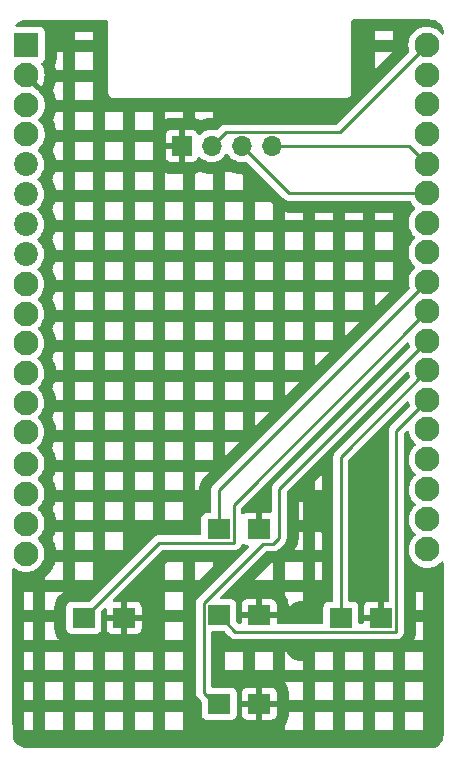
<source format=gbr>
%TF.GenerationSoftware,KiCad,Pcbnew,(6.0.1)*%
%TF.CreationDate,2022-04-28T08:04:20-05:00*%
%TF.ProjectId,AddOnBoard,4164644f-6e42-46f6-9172-642e6b696361,rev?*%
%TF.SameCoordinates,Original*%
%TF.FileFunction,Copper,L1,Top*%
%TF.FilePolarity,Positive*%
%FSLAX46Y46*%
G04 Gerber Fmt 4.6, Leading zero omitted, Abs format (unit mm)*
G04 Created by KiCad (PCBNEW (6.0.1)) date 2022-04-28 08:04:20*
%MOMM*%
%LPD*%
G01*
G04 APERTURE LIST*
%TA.AperFunction,SMDPad,CuDef*%
%ADD10R,1.948000X1.700000*%
%TD*%
%TA.AperFunction,ComponentPad*%
%ADD11R,1.700000X1.700000*%
%TD*%
%TA.AperFunction,ComponentPad*%
%ADD12O,1.700000X1.700000*%
%TD*%
%TA.AperFunction,ComponentPad*%
%ADD13R,2.100000X2.100000*%
%TD*%
%TA.AperFunction,ComponentPad*%
%ADD14C,2.100000*%
%TD*%
%TA.AperFunction,ComponentPad*%
%ADD15C,2.020000*%
%TD*%
%TA.AperFunction,ViaPad*%
%ADD16C,0.800000*%
%TD*%
%TA.AperFunction,Conductor*%
%ADD17C,0.250000*%
%TD*%
G04 APERTURE END LIST*
D10*
%TO.P,btn_center1,1,C*%
%TO.N,IO12*%
X111355400Y-120243600D03*
%TO.P,btn_center1,2,D*%
%TO.N,GND*%
X114755400Y-120243600D03*
%TD*%
D11*
%TO.P,J3,1,Pin_1*%
%TO.N,GND*%
X108204000Y-80518000D03*
D12*
%TO.P,J3,2,Pin_2*%
%TO.N,VCC*%
X110744000Y-80518000D03*
%TO.P,J3,3,Pin_3*%
%TO.N,IO05*%
X113284000Y-80518000D03*
%TO.P,J3,4,Pin_4*%
%TO.N,IO04*%
X115824000Y-80518000D03*
%TD*%
D10*
%TO.P,btn_Up1,1,C*%
%TO.N,IO08*%
X111330000Y-112953800D03*
%TO.P,btn_Up1,2,D*%
%TO.N,GND*%
X114730000Y-112953800D03*
%TD*%
%TO.P,btn_right1,1,C*%
%TO.N,IO11*%
X121693200Y-120472200D03*
%TO.P,btn_right1,2,D*%
%TO.N,GND*%
X125093200Y-120472200D03*
%TD*%
%TO.P,btn_left1,1,C*%
%TO.N,IO09*%
X99925400Y-120472200D03*
%TO.P,btn_left1,2,D*%
%TO.N,GND*%
X103325400Y-120472200D03*
%TD*%
%TO.P,btn_down1,1,C*%
%TO.N,IO10*%
X111380800Y-127736600D03*
%TO.P,btn_down1,2,D*%
%TO.N,GND*%
X114780800Y-127736600D03*
%TD*%
D13*
%TO.P,J1,1,Pin_1*%
%TO.N,VBUS*%
X95046800Y-71985200D03*
D14*
%TO.P,J1,2,Pin_2*%
%TO.N,GND*%
X95046800Y-74525200D03*
%TD*%
%TO.P,J4,1,Pin_1*%
%TO.N,VCC*%
X128955800Y-72002000D03*
%TO.P,J4,2,Pin_2*%
%TO.N,IO01*%
X128955800Y-74502000D03*
%TO.P,J4,3,Pin_3*%
%TO.N,IO02*%
X128955800Y-77002000D03*
%TO.P,J4,4,Pin_4*%
%TO.N,IO03*%
X128955800Y-79502000D03*
%TD*%
%TO.P,J5,1,Pin_1*%
%TO.N,IO04*%
X128981200Y-82016600D03*
%TO.P,J5,2,Pin_2*%
%TO.N,IO05*%
X128981200Y-84516600D03*
%TO.P,J5,3,Pin_3*%
%TO.N,IO06*%
X128981200Y-87016600D03*
%TO.P,J5,4,Pin_4*%
%TO.N,IO07*%
X128981200Y-89516600D03*
%TO.P,J5,5,Pin_5*%
%TO.N,IO08*%
X128981200Y-92016600D03*
%TD*%
%TO.P,J6,1,Pin_1*%
%TO.N,IO09*%
X129006600Y-94513400D03*
%TO.P,J6,2,Pin_2*%
%TO.N,IO10*%
X129006600Y-97013400D03*
%TO.P,J6,3,Pin_3*%
%TO.N,IO11*%
X129006600Y-99513400D03*
%TO.P,J6,4,Pin_4*%
%TO.N,IO12*%
X129006600Y-102013400D03*
%TO.P,J6,5,Pin_5*%
%TO.N,IO13*%
X129006600Y-104513400D03*
%TD*%
%TO.P,J7,1,Pin_1*%
%TO.N,IO46*%
X95050000Y-77050000D03*
%TO.P,J7,2,Pin_2*%
%TO.N,IO45*%
X95050000Y-79550000D03*
%TD*%
%TO.P,J8,1,Pin_1*%
%TO.N,IO38*%
X95000000Y-92225000D03*
%TO.P,J8,2,Pin_2*%
%TO.N,IO37*%
X95000000Y-94725000D03*
%TO.P,J8,3,Pin_3*%
%TO.N,IO36*%
X95000000Y-97225000D03*
%TD*%
%TO.P,J9,1,Pin_1*%
%TO.N,IO35*%
X95000000Y-99750000D03*
%TO.P,J9,2,Pin_2*%
%TO.N,IO34*%
X95000000Y-102250000D03*
%TO.P,J9,3,Pin_3*%
%TO.N,IO33*%
X95000000Y-104750000D03*
%TD*%
%TO.P,J12,1,Pin_1*%
%TO.N,IO26*%
X95021400Y-107416600D03*
%TO.P,J12,2,Pin_2*%
%TO.N,IO21*%
X95021400Y-109956600D03*
%TO.P,J12,3,Pin_3*%
%TO.N,USB_D+*%
X95021400Y-112496600D03*
%TO.P,J12,4,Pin_4*%
%TO.N,USB_D-*%
X95021400Y-115036600D03*
%TD*%
%TO.P,J10,1,Pin_1*%
%TO.N,IO14*%
X129006600Y-107071000D03*
%TO.P,J10,2,Pin_2*%
%TO.N,IO15*%
X129006600Y-109611000D03*
%TO.P,J10,3,Pin_3*%
%TO.N,IO16*%
X129006600Y-112151000D03*
%TO.P,J10,4,Pin_4*%
%TO.N,IO17*%
X129006600Y-114691000D03*
%TD*%
D15*
%TO.P,J2,1,Pin_1*%
%TO.N,IO42*%
X95050000Y-82075000D03*
%TO.P,J2,2,Pin_2*%
%TO.N,IO41*%
X95050000Y-84615000D03*
%TO.P,J2,3,Pin_3*%
%TO.N,IO40*%
X95050000Y-87155000D03*
%TO.P,J2,4,Pin_4*%
%TO.N,IO39*%
X95050000Y-89695000D03*
%TD*%
D16*
%TO.N,GND*%
X114630200Y-110591600D03*
X120548400Y-112014000D03*
X123088400Y-112014000D03*
X118313200Y-122809000D03*
X118389400Y-120370600D03*
%TD*%
D17*
%TO.N,IO05*%
X117282600Y-84516600D02*
X128981200Y-84516600D01*
X113284000Y-80518000D02*
X117282600Y-84516600D01*
%TO.N,IO04*%
X127482600Y-80518000D02*
X128981200Y-82016600D01*
X115824000Y-80518000D02*
X127482600Y-80518000D01*
%TO.N,IO12*%
X126391711Y-104628289D02*
X129006600Y-102013400D01*
X112758511Y-121646711D02*
X126391711Y-121646711D01*
X111355400Y-120243600D02*
X112758511Y-121646711D01*
X126391711Y-121646711D02*
X126391711Y-104628289D01*
%TO.N,IO11*%
X121693200Y-106826800D02*
X129006600Y-99513400D01*
X121693200Y-120472200D02*
X121693200Y-106826800D01*
%TO.N,IO10*%
X116459000Y-113697822D02*
X116459000Y-109561000D01*
X115933022Y-114223800D02*
X116459000Y-113697822D01*
X115062000Y-114223800D02*
X115933022Y-114223800D01*
X110056889Y-119228911D02*
X115062000Y-114223800D01*
X116459000Y-109561000D02*
X129006600Y-97013400D01*
X110056889Y-126819089D02*
X110056889Y-119228911D01*
X111431600Y-128193800D02*
X110056889Y-126819089D01*
%TO.N,IO09*%
X112628511Y-114128311D02*
X112628511Y-110891489D01*
X112628511Y-110891489D02*
X129006600Y-94513400D01*
X106269289Y-114128311D02*
X112628511Y-114128311D01*
X99925400Y-120472200D02*
X106269289Y-114128311D01*
%TO.N,IO08*%
X111330000Y-109667800D02*
X128981200Y-92016600D01*
X111330000Y-112953800D02*
X111330000Y-109667800D01*
%TO.N,VCC*%
X111918511Y-79343489D02*
X121614311Y-79343489D01*
X121614311Y-79343489D02*
X128955800Y-72002000D01*
X110744000Y-80518000D02*
X111918511Y-79343489D01*
%TD*%
%TA.AperFunction,Conductor*%
%TO.N,GND*%
G36*
X129225427Y-69817361D02*
G01*
X129244634Y-69818860D01*
X129268730Y-69822612D01*
X129281510Y-69820941D01*
X129308715Y-69820347D01*
X129465626Y-69833941D01*
X129487045Y-69837681D01*
X129661438Y-69883934D01*
X129681897Y-69891303D01*
X129845738Y-69966860D01*
X129864626Y-69977638D01*
X130013026Y-70080244D01*
X130029782Y-70094111D01*
X130158325Y-70220709D01*
X130172446Y-70237252D01*
X130277303Y-70384073D01*
X130288370Y-70402799D01*
X130366413Y-70565465D01*
X130374094Y-70585813D01*
X130403011Y-70688495D01*
X130412237Y-70721258D01*
X130416954Y-70755486D01*
X130416829Y-70971450D01*
X130396787Y-71039559D01*
X130343105Y-71086021D01*
X130272825Y-71096084D01*
X130208261Y-71066554D01*
X130195018Y-71053208D01*
X130194010Y-71052027D01*
X130061233Y-70896567D01*
X129986502Y-70832740D01*
X129878463Y-70740465D01*
X129878460Y-70740463D01*
X129874696Y-70737248D01*
X129870473Y-70734660D01*
X129870470Y-70734658D01*
X129705473Y-70633549D01*
X129665532Y-70609073D01*
X129513389Y-70546053D01*
X129443465Y-70517089D01*
X129443463Y-70517088D01*
X129438892Y-70515195D01*
X129298263Y-70481433D01*
X129205170Y-70459083D01*
X129205164Y-70459082D01*
X129200357Y-70457928D01*
X128955800Y-70438681D01*
X128711243Y-70457928D01*
X128706436Y-70459082D01*
X128706430Y-70459083D01*
X128613337Y-70481433D01*
X128472708Y-70515195D01*
X128468137Y-70517088D01*
X128468135Y-70517089D01*
X128398211Y-70546053D01*
X128246068Y-70609073D01*
X128206127Y-70633549D01*
X128041130Y-70734658D01*
X128041127Y-70734660D01*
X128036904Y-70737248D01*
X128033140Y-70740463D01*
X128033137Y-70740465D01*
X127925098Y-70832740D01*
X127850367Y-70896567D01*
X127691048Y-71083104D01*
X127562873Y-71292268D01*
X127468995Y-71518908D01*
X127411728Y-71757443D01*
X127392481Y-72002000D01*
X127411728Y-72246557D01*
X127412882Y-72251364D01*
X127412883Y-72251370D01*
X127467839Y-72480279D01*
X127467841Y-72480285D01*
X127468995Y-72485092D01*
X127470890Y-72489668D01*
X127471881Y-72492716D01*
X127473911Y-72563683D01*
X127441144Y-72620751D01*
X121388811Y-78673084D01*
X121326499Y-78707110D01*
X121299716Y-78709989D01*
X111997274Y-78709989D01*
X111986090Y-78709462D01*
X111978602Y-78707788D01*
X111970679Y-78708037D01*
X111910544Y-78709927D01*
X111906586Y-78709989D01*
X111878655Y-78709989D01*
X111874740Y-78710484D01*
X111874736Y-78710484D01*
X111874678Y-78710492D01*
X111874649Y-78710495D01*
X111862807Y-78711428D01*
X111818621Y-78712816D01*
X111801255Y-78717861D01*
X111799169Y-78718467D01*
X111779817Y-78722475D01*
X111767579Y-78724021D01*
X111767577Y-78724022D01*
X111759714Y-78725015D01*
X111718597Y-78741295D01*
X111707396Y-78745130D01*
X111664917Y-78757471D01*
X111658098Y-78761504D01*
X111658093Y-78761506D01*
X111647482Y-78767782D01*
X111629732Y-78776479D01*
X111610894Y-78783937D01*
X111604478Y-78788598D01*
X111604477Y-78788599D01*
X111575136Y-78809917D01*
X111565212Y-78816436D01*
X111533971Y-78834911D01*
X111533966Y-78834915D01*
X111527148Y-78838947D01*
X111512824Y-78853271D01*
X111497792Y-78866110D01*
X111481404Y-78878017D01*
X111453223Y-78912082D01*
X111445233Y-78920862D01*
X111201345Y-79164750D01*
X111139033Y-79198776D01*
X111090154Y-79199702D01*
X110877373Y-79161800D01*
X110877367Y-79161799D01*
X110872284Y-79160894D01*
X110798452Y-79159992D01*
X110654081Y-79158228D01*
X110654079Y-79158228D01*
X110648911Y-79158165D01*
X110428091Y-79191955D01*
X110215756Y-79261357D01*
X110017607Y-79364507D01*
X110013474Y-79367610D01*
X110013471Y-79367612D01*
X109930450Y-79429946D01*
X109838965Y-79498635D01*
X109835393Y-79502373D01*
X109757898Y-79583466D01*
X109696374Y-79618895D01*
X109625462Y-79615438D01*
X109567676Y-79574192D01*
X109548823Y-79540644D01*
X109507324Y-79429946D01*
X109498786Y-79414351D01*
X109422285Y-79312276D01*
X109409724Y-79299715D01*
X109307649Y-79223214D01*
X109292054Y-79214676D01*
X109171606Y-79169522D01*
X109156351Y-79165895D01*
X109105486Y-79160369D01*
X109098672Y-79160000D01*
X108476115Y-79160000D01*
X108460876Y-79164475D01*
X108459671Y-79165865D01*
X108458000Y-79173548D01*
X108458000Y-81857884D01*
X108462475Y-81873123D01*
X108463865Y-81874328D01*
X108471548Y-81875999D01*
X109098669Y-81875999D01*
X109105490Y-81875629D01*
X109156352Y-81870105D01*
X109171604Y-81866479D01*
X109292054Y-81821324D01*
X109307649Y-81812786D01*
X109409724Y-81736285D01*
X109422285Y-81723724D01*
X109498786Y-81621649D01*
X109507324Y-81606054D01*
X109548225Y-81496952D01*
X109590867Y-81440188D01*
X109657428Y-81415488D01*
X109726777Y-81430696D01*
X109761444Y-81458684D01*
X109786865Y-81488031D01*
X109786869Y-81488035D01*
X109790250Y-81491938D01*
X109962126Y-81634632D01*
X110155000Y-81747338D01*
X110363692Y-81827030D01*
X110368760Y-81828061D01*
X110368763Y-81828062D01*
X110476012Y-81849882D01*
X110582597Y-81871567D01*
X110587772Y-81871757D01*
X110587774Y-81871757D01*
X110800673Y-81879564D01*
X110800677Y-81879564D01*
X110805837Y-81879753D01*
X110810957Y-81879097D01*
X110810959Y-81879097D01*
X111022288Y-81852025D01*
X111022289Y-81852025D01*
X111027416Y-81851368D01*
X111032369Y-81849882D01*
X111236429Y-81788661D01*
X111236434Y-81788659D01*
X111241384Y-81787174D01*
X111441994Y-81688896D01*
X111623860Y-81559173D01*
X111782096Y-81401489D01*
X111912453Y-81220077D01*
X111913776Y-81221028D01*
X111960645Y-81177857D01*
X112030580Y-81165625D01*
X112096026Y-81193144D01*
X112123875Y-81224994D01*
X112183987Y-81323088D01*
X112330250Y-81491938D01*
X112502126Y-81634632D01*
X112695000Y-81747338D01*
X112903692Y-81827030D01*
X112908760Y-81828061D01*
X112908763Y-81828062D01*
X113016012Y-81849882D01*
X113122597Y-81871567D01*
X113127772Y-81871757D01*
X113127774Y-81871757D01*
X113340673Y-81879564D01*
X113340677Y-81879564D01*
X113345837Y-81879753D01*
X113350957Y-81879097D01*
X113350959Y-81879097D01*
X113562288Y-81852025D01*
X113562289Y-81852025D01*
X113567416Y-81851368D01*
X113572367Y-81849883D01*
X113572370Y-81849882D01*
X113613829Y-81837444D01*
X113684825Y-81837028D01*
X113739131Y-81869035D01*
X116778943Y-84908847D01*
X116786487Y-84917137D01*
X116790600Y-84923618D01*
X116796377Y-84929043D01*
X116840267Y-84970258D01*
X116843109Y-84973013D01*
X116862830Y-84992734D01*
X116866025Y-84995212D01*
X116875047Y-85002918D01*
X116907279Y-85033186D01*
X116914228Y-85037006D01*
X116925032Y-85042946D01*
X116941556Y-85053799D01*
X116957559Y-85066213D01*
X116998143Y-85083776D01*
X117008773Y-85088983D01*
X117047540Y-85110295D01*
X117055217Y-85112266D01*
X117055222Y-85112268D01*
X117067158Y-85115332D01*
X117085866Y-85121737D01*
X117104455Y-85129781D01*
X117112280Y-85131020D01*
X117112282Y-85131021D01*
X117148119Y-85136697D01*
X117159740Y-85139104D01*
X117194889Y-85148128D01*
X117202570Y-85150100D01*
X117222831Y-85150100D01*
X117242540Y-85151651D01*
X117262543Y-85154819D01*
X117270435Y-85154073D01*
X117275662Y-85153579D01*
X117306554Y-85150659D01*
X117318411Y-85150100D01*
X127472654Y-85150100D01*
X127540775Y-85170102D01*
X127584921Y-85218897D01*
X127586377Y-85221754D01*
X127588273Y-85226332D01*
X127590862Y-85230556D01*
X127590862Y-85230557D01*
X127702663Y-85413000D01*
X127716448Y-85435496D01*
X127719663Y-85439260D01*
X127719665Y-85439263D01*
X127803859Y-85537840D01*
X127875767Y-85622033D01*
X127879523Y-85625241D01*
X127879528Y-85625246D01*
X127932852Y-85670789D01*
X127971662Y-85730239D01*
X127972169Y-85801234D01*
X127932852Y-85862411D01*
X127879528Y-85907954D01*
X127879523Y-85907959D01*
X127875767Y-85911167D01*
X127872559Y-85914923D01*
X127730117Y-86081700D01*
X127716448Y-86097704D01*
X127588273Y-86306868D01*
X127531966Y-86442805D01*
X127523401Y-86463483D01*
X127494395Y-86533508D01*
X127493240Y-86538320D01*
X127442807Y-86748389D01*
X127437128Y-86772043D01*
X127417881Y-87016600D01*
X127437128Y-87261157D01*
X127494395Y-87499692D01*
X127588273Y-87726332D01*
X127716448Y-87935496D01*
X127719663Y-87939260D01*
X127719665Y-87939263D01*
X127810902Y-88046087D01*
X127875767Y-88122033D01*
X127879523Y-88125241D01*
X127879528Y-88125246D01*
X127932852Y-88170789D01*
X127971662Y-88230239D01*
X127972169Y-88301234D01*
X127932852Y-88362411D01*
X127879528Y-88407954D01*
X127879523Y-88407959D01*
X127875767Y-88411167D01*
X127872559Y-88414923D01*
X127740946Y-88569021D01*
X127716448Y-88597704D01*
X127713860Y-88601927D01*
X127713858Y-88601930D01*
X127701743Y-88621700D01*
X127588273Y-88806868D01*
X127494395Y-89033508D01*
X127437128Y-89272043D01*
X127417881Y-89516600D01*
X127437128Y-89761157D01*
X127494395Y-89999692D01*
X127588273Y-90226332D01*
X127716448Y-90435496D01*
X127875767Y-90622033D01*
X127879523Y-90625241D01*
X127879528Y-90625246D01*
X127932852Y-90670789D01*
X127971662Y-90730239D01*
X127972169Y-90801234D01*
X127932852Y-90862411D01*
X127879528Y-90907954D01*
X127879523Y-90907959D01*
X127875767Y-90911167D01*
X127872559Y-90914923D01*
X127790556Y-91010936D01*
X127716448Y-91097704D01*
X127713860Y-91101927D01*
X127713858Y-91101930D01*
X127703050Y-91119567D01*
X127588273Y-91306868D01*
X127494395Y-91533508D01*
X127493240Y-91538320D01*
X127444363Y-91741908D01*
X127437128Y-91772043D01*
X127417881Y-92016600D01*
X127437128Y-92261157D01*
X127438282Y-92265964D01*
X127438283Y-92265970D01*
X127493239Y-92494879D01*
X127493241Y-92494885D01*
X127494395Y-92499692D01*
X127496290Y-92504268D01*
X127497281Y-92507316D01*
X127499311Y-92578283D01*
X127466544Y-92635351D01*
X110937747Y-109164148D01*
X110929461Y-109171688D01*
X110922982Y-109175800D01*
X110917557Y-109181577D01*
X110876357Y-109225451D01*
X110873602Y-109228293D01*
X110853865Y-109248030D01*
X110851385Y-109251227D01*
X110843682Y-109260247D01*
X110813414Y-109292479D01*
X110809595Y-109299425D01*
X110809593Y-109299428D01*
X110803652Y-109310234D01*
X110792801Y-109326753D01*
X110780386Y-109342759D01*
X110777241Y-109350028D01*
X110777238Y-109350032D01*
X110762826Y-109383337D01*
X110757609Y-109393987D01*
X110736305Y-109432740D01*
X110734334Y-109440415D01*
X110734334Y-109440416D01*
X110731267Y-109452362D01*
X110724863Y-109471066D01*
X110720927Y-109480163D01*
X110716819Y-109489655D01*
X110715580Y-109497478D01*
X110715577Y-109497488D01*
X110709901Y-109533324D01*
X110707495Y-109544944D01*
X110698472Y-109580089D01*
X110696500Y-109587770D01*
X110696500Y-109608024D01*
X110694949Y-109627734D01*
X110691780Y-109647743D01*
X110692526Y-109655635D01*
X110695941Y-109691761D01*
X110696500Y-109703619D01*
X110696500Y-111469300D01*
X110676498Y-111537421D01*
X110622842Y-111583914D01*
X110570500Y-111595300D01*
X110307866Y-111595300D01*
X110245684Y-111602055D01*
X110109295Y-111653185D01*
X109992739Y-111740539D01*
X109905385Y-111857095D01*
X109854255Y-111993484D01*
X109847500Y-112055666D01*
X109847500Y-113368811D01*
X109827498Y-113436932D01*
X109773842Y-113483425D01*
X109721500Y-113494811D01*
X106348056Y-113494811D01*
X106336873Y-113494284D01*
X106329380Y-113492609D01*
X106321454Y-113492858D01*
X106321453Y-113492858D01*
X106261290Y-113494749D01*
X106257332Y-113494811D01*
X106229433Y-113494811D01*
X106225443Y-113495315D01*
X106213609Y-113496247D01*
X106169400Y-113497637D01*
X106161786Y-113499849D01*
X106161781Y-113499850D01*
X106149948Y-113503288D01*
X106130585Y-113507299D01*
X106110492Y-113509837D01*
X106103125Y-113512754D01*
X106103120Y-113512755D01*
X106069381Y-113526113D01*
X106058154Y-113529957D01*
X106015696Y-113542293D01*
X106008870Y-113546330D01*
X105998261Y-113552604D01*
X105980513Y-113561299D01*
X105961672Y-113568759D01*
X105955256Y-113573421D01*
X105955255Y-113573421D01*
X105925902Y-113594747D01*
X105915982Y-113601263D01*
X105884754Y-113619731D01*
X105884751Y-113619733D01*
X105877927Y-113623769D01*
X105863606Y-113638090D01*
X105848573Y-113650930D01*
X105832182Y-113662839D01*
X105818250Y-113679680D01*
X105803991Y-113696916D01*
X105796001Y-113705695D01*
X100424900Y-119076795D01*
X100362588Y-119110821D01*
X100335805Y-119113700D01*
X98903266Y-119113700D01*
X98841084Y-119120455D01*
X98704695Y-119171585D01*
X98588139Y-119258939D01*
X98500785Y-119375495D01*
X98449655Y-119511884D01*
X98442900Y-119574066D01*
X98442900Y-121370334D01*
X98449655Y-121432516D01*
X98500785Y-121568905D01*
X98588139Y-121685461D01*
X98704695Y-121772815D01*
X98841084Y-121823945D01*
X98903266Y-121830700D01*
X100947534Y-121830700D01*
X101009716Y-121823945D01*
X101146105Y-121772815D01*
X101262661Y-121685461D01*
X101350015Y-121568905D01*
X101401145Y-121432516D01*
X101407900Y-121370334D01*
X101407900Y-121366869D01*
X101843401Y-121366869D01*
X101843771Y-121373690D01*
X101849295Y-121424552D01*
X101852921Y-121439804D01*
X101898076Y-121560254D01*
X101906614Y-121575849D01*
X101983115Y-121677924D01*
X101995676Y-121690485D01*
X102097751Y-121766986D01*
X102113346Y-121775524D01*
X102233794Y-121820678D01*
X102249049Y-121824305D01*
X102299914Y-121829831D01*
X102306728Y-121830200D01*
X103053285Y-121830200D01*
X103068524Y-121825725D01*
X103069729Y-121824335D01*
X103071400Y-121816652D01*
X103071400Y-121812084D01*
X103579400Y-121812084D01*
X103583875Y-121827323D01*
X103585265Y-121828528D01*
X103592948Y-121830199D01*
X104344069Y-121830199D01*
X104350890Y-121829829D01*
X104401752Y-121824305D01*
X104417004Y-121820679D01*
X104537454Y-121775524D01*
X104553049Y-121766986D01*
X104655124Y-121690485D01*
X104667685Y-121677924D01*
X104744186Y-121575849D01*
X104752724Y-121560254D01*
X104797878Y-121439806D01*
X104801505Y-121424551D01*
X104807031Y-121373686D01*
X104807400Y-121366872D01*
X104807400Y-120744315D01*
X104802925Y-120729076D01*
X104801535Y-120727871D01*
X104793852Y-120726200D01*
X103597515Y-120726200D01*
X103582276Y-120730675D01*
X103581071Y-120732065D01*
X103579400Y-120739748D01*
X103579400Y-121812084D01*
X103071400Y-121812084D01*
X103071400Y-120744315D01*
X103066925Y-120729076D01*
X103065535Y-120727871D01*
X103057852Y-120726200D01*
X101861516Y-120726200D01*
X101846277Y-120730675D01*
X101845072Y-120732065D01*
X101843401Y-120739748D01*
X101843401Y-121366869D01*
X101407900Y-121366869D01*
X101407900Y-119937794D01*
X101427902Y-119869673D01*
X101444805Y-119848699D01*
X101628305Y-119665199D01*
X101690617Y-119631173D01*
X101761432Y-119636238D01*
X101818268Y-119678785D01*
X101843079Y-119745305D01*
X101843400Y-119754294D01*
X101843400Y-120200085D01*
X101847875Y-120215324D01*
X101849265Y-120216529D01*
X101856948Y-120218200D01*
X103053285Y-120218200D01*
X103068524Y-120213725D01*
X103069729Y-120212335D01*
X103071400Y-120204652D01*
X103071400Y-120200085D01*
X103579400Y-120200085D01*
X103583875Y-120215324D01*
X103585265Y-120216529D01*
X103592948Y-120218200D01*
X104789284Y-120218200D01*
X104804523Y-120213725D01*
X104805728Y-120212335D01*
X104807399Y-120204652D01*
X104807399Y-119846830D01*
X106788811Y-119846830D01*
X108314811Y-119846830D01*
X108314811Y-118320830D01*
X106788811Y-118320830D01*
X106788811Y-119846830D01*
X104807399Y-119846830D01*
X104807399Y-119577531D01*
X104807029Y-119570710D01*
X104801505Y-119519848D01*
X104797879Y-119504596D01*
X104752724Y-119384146D01*
X104744186Y-119368551D01*
X104667685Y-119266476D01*
X104655124Y-119253915D01*
X104553049Y-119177414D01*
X104537454Y-119168876D01*
X104417006Y-119123722D01*
X104401751Y-119120095D01*
X104350886Y-119114569D01*
X104344072Y-119114200D01*
X103597515Y-119114200D01*
X103582276Y-119118675D01*
X103581071Y-119120065D01*
X103579400Y-119127748D01*
X103579400Y-120200085D01*
X103071400Y-120200085D01*
X103071400Y-119132316D01*
X103066925Y-119117077D01*
X103065535Y-119115872D01*
X103057852Y-119114201D01*
X102483493Y-119114201D01*
X102415372Y-119094199D01*
X102368879Y-119040543D01*
X102358775Y-118970269D01*
X102388269Y-118905689D01*
X102394398Y-118899106D01*
X103986675Y-117306830D01*
X106788811Y-117306830D01*
X108314811Y-117306830D01*
X109328811Y-117306830D01*
X109649055Y-117306830D01*
X110854811Y-116101075D01*
X110854811Y-115780830D01*
X109328811Y-115780830D01*
X109328811Y-117306830D01*
X108314811Y-117306830D01*
X108314811Y-115780830D01*
X106946685Y-115780830D01*
X106788811Y-115938704D01*
X106788811Y-117306830D01*
X103986675Y-117306830D01*
X106494789Y-114798716D01*
X106557101Y-114764690D01*
X106583884Y-114761811D01*
X112556718Y-114761811D01*
X112580327Y-114764043D01*
X112580630Y-114764101D01*
X112580634Y-114764101D01*
X112588417Y-114765586D01*
X112644462Y-114762060D01*
X112652373Y-114761811D01*
X112668367Y-114761811D01*
X112684241Y-114759805D01*
X112692101Y-114759063D01*
X112719560Y-114757335D01*
X112740248Y-114756034D01*
X112740249Y-114756034D01*
X112748161Y-114755536D01*
X112755702Y-114753086D01*
X112755998Y-114752990D01*
X112779142Y-114747817D01*
X112779446Y-114747779D01*
X112779451Y-114747778D01*
X112787308Y-114746785D01*
X112794673Y-114743869D01*
X112794677Y-114743868D01*
X112839522Y-114726112D01*
X112846941Y-114723440D01*
X112900386Y-114706075D01*
X112907083Y-114701825D01*
X112907342Y-114701661D01*
X112928469Y-114690896D01*
X112928757Y-114690782D01*
X112928762Y-114690779D01*
X112936128Y-114687863D01*
X112942536Y-114683207D01*
X112942542Y-114683204D01*
X112981563Y-114654853D01*
X112988100Y-114650410D01*
X113035529Y-114620311D01*
X113041170Y-114614304D01*
X113058957Y-114598623D01*
X113059202Y-114598445D01*
X113059204Y-114598443D01*
X113065618Y-114593783D01*
X113070673Y-114587673D01*
X113101414Y-114550515D01*
X113106645Y-114544581D01*
X113139669Y-114509413D01*
X113139671Y-114509410D01*
X113145097Y-114503632D01*
X113149069Y-114496408D01*
X113162392Y-114476805D01*
X113162591Y-114476565D01*
X113162595Y-114476558D01*
X113167644Y-114470455D01*
X113191558Y-114419635D01*
X113195140Y-114412603D01*
X113222206Y-114363371D01*
X113224176Y-114355696D01*
X113224179Y-114355690D01*
X113224255Y-114355392D01*
X113232287Y-114333083D01*
X113232417Y-114332808D01*
X113232420Y-114332800D01*
X113235794Y-114325629D01*
X113244174Y-114281698D01*
X113276584Y-114218535D01*
X113338000Y-114182919D01*
X113408923Y-114186161D01*
X113443506Y-114204484D01*
X113502351Y-114248586D01*
X113517946Y-114257124D01*
X113638394Y-114302278D01*
X113653649Y-114305905D01*
X113704514Y-114311431D01*
X113711328Y-114311800D01*
X113773906Y-114311800D01*
X113842027Y-114331802D01*
X113888520Y-114385458D01*
X113898624Y-114455732D01*
X113869130Y-114520312D01*
X113863003Y-114526893D01*
X111589318Y-116800577D01*
X109664636Y-118725259D01*
X109656350Y-118732799D01*
X109649871Y-118736911D01*
X109644446Y-118742688D01*
X109603246Y-118786562D01*
X109600491Y-118789404D01*
X109580754Y-118809141D01*
X109578274Y-118812338D01*
X109570571Y-118821358D01*
X109540303Y-118853590D01*
X109536484Y-118860536D01*
X109536482Y-118860539D01*
X109530541Y-118871345D01*
X109519690Y-118887864D01*
X109507275Y-118903870D01*
X109504130Y-118911139D01*
X109504127Y-118911143D01*
X109489715Y-118944448D01*
X109484498Y-118955098D01*
X109463194Y-118993851D01*
X109461223Y-119001526D01*
X109461223Y-119001527D01*
X109458156Y-119013473D01*
X109451752Y-119032177D01*
X109443708Y-119050766D01*
X109442469Y-119058589D01*
X109442466Y-119058599D01*
X109436790Y-119094435D01*
X109434384Y-119106055D01*
X109429848Y-119123722D01*
X109423389Y-119148881D01*
X109423389Y-119169135D01*
X109421838Y-119188845D01*
X109418669Y-119208854D01*
X109419415Y-119216746D01*
X109422830Y-119252872D01*
X109423389Y-119264730D01*
X109423389Y-126740322D01*
X109422862Y-126751505D01*
X109421187Y-126758998D01*
X109421436Y-126766924D01*
X109421436Y-126766925D01*
X109423327Y-126827075D01*
X109423389Y-126831034D01*
X109423389Y-126858945D01*
X109423886Y-126862879D01*
X109423886Y-126862880D01*
X109423894Y-126862945D01*
X109424827Y-126874782D01*
X109426216Y-126918978D01*
X109431867Y-126938428D01*
X109435876Y-126957789D01*
X109438415Y-126977886D01*
X109441334Y-126985257D01*
X109441334Y-126985259D01*
X109454693Y-127019001D01*
X109458538Y-127030231D01*
X109470871Y-127072682D01*
X109474904Y-127079501D01*
X109474906Y-127079506D01*
X109481182Y-127090117D01*
X109489877Y-127107865D01*
X109497337Y-127126706D01*
X109501999Y-127133122D01*
X109501999Y-127133123D01*
X109523325Y-127162476D01*
X109529841Y-127172396D01*
X109552347Y-127210451D01*
X109566668Y-127224772D01*
X109579508Y-127239805D01*
X109591417Y-127256196D01*
X109597523Y-127261247D01*
X109625494Y-127284387D01*
X109634273Y-127292377D01*
X109861395Y-127519499D01*
X109895421Y-127581811D01*
X109898300Y-127608594D01*
X109898300Y-128634734D01*
X109905055Y-128696916D01*
X109956185Y-128833305D01*
X110043539Y-128949861D01*
X110160095Y-129037215D01*
X110296484Y-129088345D01*
X110358666Y-129095100D01*
X112402934Y-129095100D01*
X112465116Y-129088345D01*
X112601505Y-129037215D01*
X112718061Y-128949861D01*
X112805415Y-128833305D01*
X112856545Y-128696916D01*
X112863300Y-128634734D01*
X112863300Y-128631269D01*
X113298801Y-128631269D01*
X113299171Y-128638090D01*
X113304695Y-128688952D01*
X113308321Y-128704204D01*
X113353476Y-128824654D01*
X113362014Y-128840249D01*
X113438515Y-128942324D01*
X113451076Y-128954885D01*
X113553151Y-129031386D01*
X113568746Y-129039924D01*
X113689194Y-129085078D01*
X113704449Y-129088705D01*
X113755314Y-129094231D01*
X113762128Y-129094600D01*
X114508685Y-129094600D01*
X114523924Y-129090125D01*
X114525129Y-129088735D01*
X114526800Y-129081052D01*
X114526800Y-129076484D01*
X115034800Y-129076484D01*
X115039275Y-129091723D01*
X115040665Y-129092928D01*
X115048348Y-129094599D01*
X115799469Y-129094599D01*
X115806290Y-129094229D01*
X115857152Y-129088705D01*
X115872404Y-129085079D01*
X115992854Y-129039924D01*
X116008449Y-129031386D01*
X116110524Y-128954885D01*
X116123085Y-128942324D01*
X116199586Y-128840249D01*
X116208124Y-128824654D01*
X116253278Y-128704206D01*
X116256905Y-128688951D01*
X116262431Y-128638086D01*
X116262800Y-128631272D01*
X116262800Y-128008715D01*
X116258325Y-127993476D01*
X116256935Y-127992271D01*
X116249252Y-127990600D01*
X115052915Y-127990600D01*
X115037676Y-127995075D01*
X115036471Y-127996465D01*
X115034800Y-128004148D01*
X115034800Y-129076484D01*
X114526800Y-129076484D01*
X114526800Y-128008715D01*
X114522325Y-127993476D01*
X114520935Y-127992271D01*
X114513252Y-127990600D01*
X113316916Y-127990600D01*
X113301677Y-127995075D01*
X113300472Y-127996465D01*
X113298801Y-128004148D01*
X113298801Y-128631269D01*
X112863300Y-128631269D01*
X112863300Y-127464485D01*
X113298800Y-127464485D01*
X113303275Y-127479724D01*
X113304665Y-127480929D01*
X113312348Y-127482600D01*
X114508685Y-127482600D01*
X114523924Y-127478125D01*
X114525129Y-127476735D01*
X114526800Y-127469052D01*
X114526800Y-127464485D01*
X115034800Y-127464485D01*
X115039275Y-127479724D01*
X115040665Y-127480929D01*
X115048348Y-127482600D01*
X116244684Y-127482600D01*
X116259923Y-127478125D01*
X116261128Y-127476735D01*
X116262799Y-127469052D01*
X116262799Y-126841931D01*
X116262429Y-126835102D01*
X116256905Y-126784248D01*
X116253279Y-126768996D01*
X116208124Y-126648546D01*
X116199586Y-126632951D01*
X116123085Y-126530876D01*
X116110524Y-126518315D01*
X116008449Y-126441814D01*
X115992854Y-126433276D01*
X115872406Y-126388122D01*
X115857151Y-126384495D01*
X115806286Y-126378969D01*
X115799472Y-126378600D01*
X115052915Y-126378600D01*
X115037676Y-126383075D01*
X115036471Y-126384465D01*
X115034800Y-126392148D01*
X115034800Y-127464485D01*
X114526800Y-127464485D01*
X114526800Y-126396716D01*
X114522325Y-126381477D01*
X114520935Y-126380272D01*
X114513252Y-126378601D01*
X113762131Y-126378601D01*
X113755310Y-126378971D01*
X113704448Y-126384495D01*
X113689196Y-126388121D01*
X113568746Y-126433276D01*
X113553151Y-126441814D01*
X113451076Y-126518315D01*
X113438515Y-126530876D01*
X113362014Y-126632951D01*
X113353476Y-126648546D01*
X113308322Y-126768994D01*
X113304695Y-126784249D01*
X113299170Y-126835102D01*
X113298800Y-126841928D01*
X113298800Y-127464485D01*
X112863300Y-127464485D01*
X112863300Y-126838466D01*
X112856545Y-126776284D01*
X112805415Y-126639895D01*
X112718061Y-126523339D01*
X112601505Y-126435985D01*
X112465116Y-126384855D01*
X112402934Y-126378100D01*
X110816389Y-126378100D01*
X110748268Y-126358098D01*
X110701775Y-126304442D01*
X110690389Y-126252100D01*
X110690389Y-125941858D01*
X116948811Y-125941858D01*
X117016384Y-126032021D01*
X117021499Y-126039377D01*
X117080119Y-126130424D01*
X117084698Y-126138123D01*
X117101854Y-126169458D01*
X117105874Y-126177465D01*
X117151004Y-126275921D01*
X117154446Y-126284194D01*
X117205526Y-126420449D01*
X117208063Y-126427921D01*
X117235889Y-126519155D01*
X117237953Y-126526769D01*
X117245234Y-126557394D01*
X117246817Y-126565120D01*
X117263026Y-126659090D01*
X117264123Y-126666903D01*
X117270870Y-126729022D01*
X117271192Y-126732415D01*
X117274531Y-126773477D01*
X117274762Y-126776873D01*
X117275499Y-126790478D01*
X117275637Y-126793884D01*
X117276753Y-126835102D01*
X117276799Y-126838512D01*
X117276799Y-127466830D01*
X118474811Y-127466830D01*
X119488811Y-127466830D01*
X121014811Y-127466830D01*
X122028811Y-127466830D01*
X123554811Y-127466830D01*
X124568811Y-127466830D01*
X126094811Y-127466830D01*
X127108811Y-127466830D01*
X128634811Y-127466830D01*
X128634811Y-125940830D01*
X127108811Y-125940830D01*
X127108811Y-127466830D01*
X126094811Y-127466830D01*
X126094811Y-125940830D01*
X124568811Y-125940830D01*
X124568811Y-127466830D01*
X123554811Y-127466830D01*
X123554811Y-125940830D01*
X122028811Y-125940830D01*
X122028811Y-127466830D01*
X121014811Y-127466830D01*
X121014811Y-125940830D01*
X119488811Y-125940830D01*
X119488811Y-127466830D01*
X118474811Y-127466830D01*
X118474811Y-125940830D01*
X116948811Y-125940830D01*
X116948811Y-125941858D01*
X110690389Y-125941858D01*
X110690389Y-124926830D01*
X111868811Y-124926830D01*
X113394811Y-124926830D01*
X114408811Y-124926830D01*
X115934811Y-124926830D01*
X116948811Y-124926830D01*
X118474811Y-124926830D01*
X119488811Y-124926830D01*
X121014811Y-124926830D01*
X122028811Y-124926830D01*
X123554811Y-124926830D01*
X124568811Y-124926830D01*
X126094811Y-124926830D01*
X127108811Y-124926830D01*
X128634811Y-124926830D01*
X128634811Y-123400830D01*
X127108811Y-123400830D01*
X127108811Y-124926830D01*
X126094811Y-124926830D01*
X126094811Y-123400830D01*
X124568811Y-123400830D01*
X124568811Y-124926830D01*
X123554811Y-124926830D01*
X123554811Y-123400830D01*
X122028811Y-123400830D01*
X122028811Y-124926830D01*
X121014811Y-124926830D01*
X121014811Y-123400830D01*
X119517958Y-123400830D01*
X119488811Y-123463337D01*
X119488811Y-124926830D01*
X118474811Y-124926830D01*
X118474811Y-124141988D01*
X118324181Y-124155166D01*
X118302219Y-124155166D01*
X118090256Y-124136622D01*
X118068625Y-124132808D01*
X117863103Y-124077738D01*
X117842466Y-124070226D01*
X117649628Y-123980305D01*
X117630606Y-123969323D01*
X117456314Y-123847281D01*
X117439490Y-123833163D01*
X117289037Y-123682710D01*
X117274919Y-123665886D01*
X117152877Y-123491593D01*
X117141895Y-123472571D01*
X117108442Y-123400830D01*
X116948811Y-123400830D01*
X116948811Y-124926830D01*
X115934811Y-124926830D01*
X115934811Y-123400830D01*
X114408811Y-123400830D01*
X114408811Y-124926830D01*
X113394811Y-124926830D01*
X113394811Y-123400830D01*
X111868811Y-123400830D01*
X111868811Y-124926830D01*
X110690389Y-124926830D01*
X110690389Y-122386830D01*
X127864877Y-122386830D01*
X128634811Y-122386830D01*
X128634811Y-120860830D01*
X128039211Y-120860830D01*
X128039211Y-121594955D01*
X128040984Y-121623136D01*
X128041233Y-121631047D01*
X128041234Y-121726736D01*
X128040985Y-121734648D01*
X128039002Y-121766169D01*
X128038258Y-121774049D01*
X128034722Y-121802043D01*
X128032952Y-121830166D01*
X128032207Y-121838046D01*
X128028248Y-121869382D01*
X128027010Y-121877200D01*
X128009078Y-121971199D01*
X128007351Y-121978925D01*
X128000329Y-122006273D01*
X127995036Y-122034021D01*
X127993309Y-122041747D01*
X127969513Y-122134430D01*
X127967305Y-122142030D01*
X127957545Y-122172070D01*
X127954864Y-122179518D01*
X127944477Y-122205754D01*
X127935763Y-122232571D01*
X127933082Y-122240018D01*
X127921454Y-122269385D01*
X127918311Y-122276647D01*
X127877574Y-122363217D01*
X127873981Y-122370270D01*
X127864877Y-122386830D01*
X110690389Y-122386830D01*
X110690389Y-121728100D01*
X110710391Y-121659979D01*
X110764047Y-121613486D01*
X110816389Y-121602100D01*
X111765806Y-121602100D01*
X111833927Y-121622102D01*
X111854901Y-121639005D01*
X112254854Y-122038958D01*
X112262398Y-122047248D01*
X112266511Y-122053729D01*
X112272288Y-122059154D01*
X112316178Y-122100369D01*
X112319020Y-122103124D01*
X112338742Y-122122846D01*
X112341866Y-122125269D01*
X112341870Y-122125273D01*
X112341935Y-122125323D01*
X112350956Y-122133028D01*
X112383190Y-122163297D01*
X112390138Y-122167116D01*
X112390140Y-122167118D01*
X112400943Y-122173057D01*
X112417470Y-122183913D01*
X112427209Y-122191468D01*
X112427211Y-122191469D01*
X112433471Y-122196325D01*
X112474051Y-122213885D01*
X112484699Y-122219102D01*
X112498926Y-122226923D01*
X112523451Y-122240406D01*
X112531127Y-122242377D01*
X112531130Y-122242378D01*
X112543073Y-122245444D01*
X112561778Y-122251848D01*
X112580366Y-122259892D01*
X112588189Y-122261131D01*
X112588199Y-122261134D01*
X112624035Y-122266810D01*
X112635655Y-122269216D01*
X112670800Y-122278239D01*
X112678481Y-122280211D01*
X112698735Y-122280211D01*
X112718445Y-122281762D01*
X112738454Y-122284931D01*
X112746346Y-122284185D01*
X112757774Y-122283105D01*
X112782473Y-122280770D01*
X112794330Y-122280211D01*
X126319918Y-122280211D01*
X126343527Y-122282443D01*
X126343830Y-122282501D01*
X126343834Y-122282501D01*
X126351617Y-122283986D01*
X126407662Y-122280460D01*
X126415573Y-122280211D01*
X126431567Y-122280211D01*
X126447441Y-122278205D01*
X126455301Y-122277463D01*
X126482760Y-122275735D01*
X126503448Y-122274434D01*
X126503449Y-122274434D01*
X126511361Y-122273936D01*
X126518902Y-122271486D01*
X126519198Y-122271390D01*
X126542342Y-122266217D01*
X126542646Y-122266179D01*
X126542651Y-122266178D01*
X126550508Y-122265185D01*
X126557873Y-122262269D01*
X126557877Y-122262268D01*
X126602722Y-122244512D01*
X126610141Y-122241840D01*
X126663586Y-122224475D01*
X126670283Y-122220225D01*
X126670542Y-122220061D01*
X126691669Y-122209296D01*
X126691957Y-122209182D01*
X126691962Y-122209179D01*
X126699328Y-122206263D01*
X126705736Y-122201607D01*
X126705742Y-122201604D01*
X126744763Y-122173253D01*
X126751300Y-122168810D01*
X126798729Y-122138711D01*
X126804370Y-122132704D01*
X126822157Y-122117023D01*
X126822402Y-122116845D01*
X126822404Y-122116843D01*
X126828818Y-122112183D01*
X126833873Y-122106073D01*
X126864614Y-122068915D01*
X126869845Y-122062981D01*
X126902869Y-122027813D01*
X126902871Y-122027810D01*
X126908297Y-122022032D01*
X126912269Y-122014808D01*
X126925592Y-121995205D01*
X126925791Y-121994965D01*
X126925795Y-121994958D01*
X126930844Y-121988855D01*
X126954758Y-121938035D01*
X126958340Y-121931003D01*
X126985406Y-121881771D01*
X126987376Y-121874096D01*
X126987379Y-121874090D01*
X126987455Y-121873792D01*
X126995487Y-121851483D01*
X126995617Y-121851208D01*
X126995620Y-121851200D01*
X126998994Y-121844029D01*
X127009517Y-121788862D01*
X127011243Y-121781140D01*
X127012572Y-121775967D01*
X127025211Y-121726741D01*
X127025211Y-121718504D01*
X127027443Y-121694895D01*
X127027501Y-121694592D01*
X127027501Y-121694588D01*
X127028986Y-121686805D01*
X127025460Y-121630760D01*
X127025211Y-121622849D01*
X127025211Y-119846830D01*
X128039211Y-119846830D01*
X128634811Y-119846830D01*
X128634811Y-118320830D01*
X128039211Y-118320830D01*
X128039211Y-119846830D01*
X127025211Y-119846830D01*
X127025211Y-104942883D01*
X127045213Y-104874762D01*
X127062116Y-104853788D01*
X127247043Y-104668861D01*
X127309355Y-104634835D01*
X127380170Y-104639900D01*
X127437006Y-104682447D01*
X127461750Y-104748072D01*
X127462528Y-104757957D01*
X127519795Y-104996492D01*
X127613673Y-105223132D01*
X127741848Y-105432296D01*
X127745063Y-105436060D01*
X127745065Y-105436063D01*
X127837006Y-105543711D01*
X127901167Y-105618833D01*
X127964194Y-105672663D01*
X127991973Y-105696389D01*
X128030782Y-105755840D01*
X128031288Y-105826834D01*
X127991973Y-105888010D01*
X127901167Y-105965567D01*
X127897959Y-105969323D01*
X127777364Y-106110521D01*
X127741848Y-106152104D01*
X127739260Y-106156327D01*
X127739258Y-106156330D01*
X127726556Y-106177058D01*
X127613673Y-106361268D01*
X127519795Y-106587908D01*
X127518640Y-106592720D01*
X127465363Y-106814635D01*
X127462528Y-106826443D01*
X127443281Y-107071000D01*
X127462528Y-107315557D01*
X127463682Y-107320364D01*
X127463683Y-107320370D01*
X127486786Y-107416600D01*
X127519795Y-107554092D01*
X127613673Y-107780732D01*
X127741848Y-107989896D01*
X127745063Y-107993660D01*
X127745065Y-107993663D01*
X127838481Y-108103038D01*
X127901167Y-108176433D01*
X127904923Y-108179641D01*
X127981669Y-108245189D01*
X128020478Y-108304640D01*
X128020984Y-108375635D01*
X127981669Y-108436811D01*
X127929145Y-108481671D01*
X127901167Y-108505567D01*
X127897959Y-108509323D01*
X127753891Y-108678004D01*
X127741848Y-108692104D01*
X127739260Y-108696327D01*
X127739258Y-108696330D01*
X127698980Y-108762058D01*
X127613673Y-108901268D01*
X127554072Y-109045156D01*
X127538825Y-109081967D01*
X127519795Y-109127908D01*
X127504444Y-109191848D01*
X127466468Y-109350032D01*
X127462528Y-109366443D01*
X127443281Y-109611000D01*
X127462528Y-109855557D01*
X127463682Y-109860364D01*
X127463683Y-109860370D01*
X127486786Y-109956600D01*
X127519795Y-110094092D01*
X127613673Y-110320732D01*
X127661935Y-110399489D01*
X127733436Y-110516168D01*
X127741848Y-110529896D01*
X127745063Y-110533660D01*
X127745065Y-110533663D01*
X127807529Y-110606798D01*
X127901167Y-110716433D01*
X127904923Y-110719641D01*
X127981669Y-110785189D01*
X128020478Y-110844640D01*
X128020984Y-110915635D01*
X127981669Y-110976811D01*
X127901167Y-111045567D01*
X127897959Y-111049323D01*
X127772563Y-111196142D01*
X127741848Y-111232104D01*
X127739260Y-111236327D01*
X127739258Y-111236330D01*
X127696862Y-111305515D01*
X127613673Y-111441268D01*
X127554587Y-111583914D01*
X127523663Y-111658571D01*
X127519795Y-111667908D01*
X127514281Y-111690875D01*
X127472357Y-111865503D01*
X127462528Y-111906443D01*
X127443281Y-112151000D01*
X127462528Y-112395557D01*
X127463682Y-112400364D01*
X127463683Y-112400370D01*
X127486786Y-112496600D01*
X127519795Y-112634092D01*
X127613673Y-112860732D01*
X127741848Y-113069896D01*
X127745063Y-113073660D01*
X127745065Y-113073663D01*
X127842547Y-113187798D01*
X127901167Y-113256433D01*
X127904923Y-113259641D01*
X127981669Y-113325189D01*
X128020478Y-113384640D01*
X128020984Y-113455635D01*
X127981669Y-113516811D01*
X127966277Y-113529957D01*
X127901167Y-113585567D01*
X127897959Y-113589323D01*
X127772563Y-113736142D01*
X127741848Y-113772104D01*
X127739260Y-113776327D01*
X127739258Y-113776330D01*
X127712082Y-113820678D01*
X127613673Y-113981268D01*
X127553736Y-114125967D01*
X127527287Y-114189822D01*
X127519795Y-114207908D01*
X127518640Y-114212720D01*
X127493402Y-114317845D01*
X127462528Y-114446443D01*
X127443281Y-114691000D01*
X127462528Y-114935557D01*
X127463682Y-114940364D01*
X127463683Y-114940370D01*
X127486786Y-115036600D01*
X127519795Y-115174092D01*
X127613673Y-115400732D01*
X127741848Y-115609896D01*
X127901167Y-115796433D01*
X127904923Y-115799641D01*
X128067744Y-115938704D01*
X128087704Y-115955752D01*
X128091927Y-115958340D01*
X128091930Y-115958342D01*
X128093433Y-115959263D01*
X128296868Y-116083927D01*
X128306868Y-116088069D01*
X128518935Y-116175911D01*
X128518937Y-116175912D01*
X128523508Y-116177805D01*
X128587837Y-116193249D01*
X128757230Y-116233917D01*
X128757236Y-116233918D01*
X128762043Y-116235072D01*
X129006600Y-116254319D01*
X129251157Y-116235072D01*
X129255964Y-116233918D01*
X129255970Y-116233917D01*
X129425363Y-116193249D01*
X129489692Y-116177805D01*
X129494263Y-116175912D01*
X129494265Y-116175911D01*
X129706332Y-116088069D01*
X129716332Y-116083927D01*
X129919767Y-115959263D01*
X129921270Y-115958342D01*
X129921273Y-115958340D01*
X129925496Y-115955752D01*
X129945457Y-115938704D01*
X130108277Y-115799641D01*
X130112033Y-115796433D01*
X130169162Y-115729545D01*
X130228612Y-115690736D01*
X130299606Y-115690230D01*
X130359605Y-115728186D01*
X130389558Y-115792555D01*
X130390972Y-115811449D01*
X130382787Y-130006830D01*
X130382603Y-130325562D01*
X130381102Y-130344877D01*
X130378769Y-130359855D01*
X130378769Y-130359861D01*
X130377388Y-130368730D01*
X130379059Y-130381510D01*
X130379653Y-130408715D01*
X130366059Y-130565624D01*
X130362319Y-130587045D01*
X130316067Y-130761434D01*
X130308697Y-130781898D01*
X130233142Y-130945734D01*
X130222362Y-130964626D01*
X130119756Y-131113026D01*
X130105889Y-131129782D01*
X129979291Y-131258325D01*
X129962748Y-131272446D01*
X129815927Y-131377303D01*
X129797201Y-131388370D01*
X129634535Y-131466413D01*
X129614187Y-131474093D01*
X129478928Y-131512184D01*
X129444622Y-131516902D01*
X95075055Y-131475132D01*
X95055828Y-131473632D01*
X95050881Y-131472862D01*
X95040640Y-131471267D01*
X95040637Y-131471267D01*
X95031768Y-131469886D01*
X95022867Y-131471050D01*
X95022861Y-131471050D01*
X95017503Y-131471751D01*
X94991455Y-131472440D01*
X94855430Y-131461924D01*
X94836237Y-131458939D01*
X94679684Y-131422041D01*
X94661178Y-131416141D01*
X94512165Y-131355623D01*
X94494786Y-131346949D01*
X94356834Y-131264241D01*
X94341003Y-131253005D01*
X94217405Y-131150078D01*
X94203484Y-131136537D01*
X94097175Y-131015839D01*
X94085497Y-131000315D01*
X94066042Y-130969812D01*
X93999004Y-130864710D01*
X93989853Y-130847578D01*
X93956686Y-130771986D01*
X93925231Y-130700295D01*
X93918825Y-130681972D01*
X93887634Y-130564323D01*
X93883427Y-130532154D01*
X93881503Y-128480830D01*
X94895503Y-128480830D01*
X94896935Y-130006830D01*
X95614811Y-130006830D01*
X96628811Y-130006830D01*
X98154811Y-130006830D01*
X99168811Y-130006830D01*
X100694811Y-130006830D01*
X101708811Y-130006830D01*
X103234811Y-130006830D01*
X104248811Y-130006830D01*
X105774811Y-130006830D01*
X106788811Y-130006830D01*
X108314811Y-130006830D01*
X116948811Y-130006830D01*
X118474811Y-130006830D01*
X119488811Y-130006830D01*
X121014811Y-130006830D01*
X122028811Y-130006830D01*
X123554811Y-130006830D01*
X124568811Y-130006830D01*
X126094811Y-130006830D01*
X127108811Y-130006830D01*
X128634811Y-130006830D01*
X128634811Y-128480830D01*
X127108811Y-128480830D01*
X127108811Y-130006830D01*
X126094811Y-130006830D01*
X126094811Y-128480830D01*
X124568811Y-128480830D01*
X124568811Y-130006830D01*
X123554811Y-130006830D01*
X123554811Y-128480830D01*
X122028811Y-128480830D01*
X122028811Y-130006830D01*
X121014811Y-130006830D01*
X121014811Y-128480830D01*
X119488811Y-128480830D01*
X119488811Y-130006830D01*
X118474811Y-130006830D01*
X118474811Y-128480830D01*
X117276800Y-128480830D01*
X117276800Y-128634689D01*
X117276754Y-128638097D01*
X117275639Y-128679306D01*
X117275501Y-128682712D01*
X117274764Y-128696320D01*
X117274533Y-128699722D01*
X117271191Y-128740806D01*
X117270869Y-128744198D01*
X117264121Y-128806316D01*
X117263024Y-128814126D01*
X117246814Y-128908100D01*
X117245231Y-128915828D01*
X117237950Y-128946450D01*
X117235885Y-128954064D01*
X117208062Y-129045281D01*
X117205526Y-129052751D01*
X117154446Y-129189006D01*
X117151004Y-129197279D01*
X117105874Y-129295735D01*
X117101854Y-129303742D01*
X117084698Y-129335077D01*
X117080119Y-129342776D01*
X117021499Y-129433823D01*
X117016384Y-129441179D01*
X116948811Y-129531342D01*
X116948811Y-130006830D01*
X108314811Y-130006830D01*
X108314811Y-128480830D01*
X106788811Y-128480830D01*
X106788811Y-130006830D01*
X105774811Y-130006830D01*
X105774811Y-128480830D01*
X104248811Y-128480830D01*
X104248811Y-130006830D01*
X103234811Y-130006830D01*
X103234811Y-128480830D01*
X101708811Y-128480830D01*
X101708811Y-130006830D01*
X100694811Y-130006830D01*
X100694811Y-128480830D01*
X99168811Y-128480830D01*
X99168811Y-130006830D01*
X98154811Y-130006830D01*
X98154811Y-128480830D01*
X96628811Y-128480830D01*
X96628811Y-130006830D01*
X95614811Y-130006830D01*
X95614811Y-128480830D01*
X94895503Y-128480830D01*
X93881503Y-128480830D01*
X93879120Y-125940830D01*
X94893120Y-125940830D01*
X94894552Y-127466830D01*
X95614811Y-127466830D01*
X96628811Y-127466830D01*
X98154811Y-127466830D01*
X99168811Y-127466830D01*
X100694811Y-127466830D01*
X101708811Y-127466830D01*
X103234811Y-127466830D01*
X104248811Y-127466830D01*
X105774811Y-127466830D01*
X106788811Y-127466830D01*
X108314811Y-127466830D01*
X108314811Y-125940830D01*
X106788811Y-125940830D01*
X106788811Y-127466830D01*
X105774811Y-127466830D01*
X105774811Y-125940830D01*
X104248811Y-125940830D01*
X104248811Y-127466830D01*
X103234811Y-127466830D01*
X103234811Y-125940830D01*
X101708811Y-125940830D01*
X101708811Y-127466830D01*
X100694811Y-127466830D01*
X100694811Y-125940830D01*
X99168811Y-125940830D01*
X99168811Y-127466830D01*
X98154811Y-127466830D01*
X98154811Y-125940830D01*
X96628811Y-125940830D01*
X96628811Y-127466830D01*
X95614811Y-127466830D01*
X95614811Y-125940830D01*
X94893120Y-125940830D01*
X93879120Y-125940830D01*
X93876737Y-123400830D01*
X94890737Y-123400830D01*
X94892169Y-124926830D01*
X95614811Y-124926830D01*
X96628811Y-124926830D01*
X98154811Y-124926830D01*
X99168811Y-124926830D01*
X100694811Y-124926830D01*
X101708811Y-124926830D01*
X103234811Y-124926830D01*
X104248811Y-124926830D01*
X105774811Y-124926830D01*
X106788811Y-124926830D01*
X108314811Y-124926830D01*
X108314811Y-123400830D01*
X106788811Y-123400830D01*
X106788811Y-124926830D01*
X105774811Y-124926830D01*
X105774811Y-123400830D01*
X104248811Y-123400830D01*
X104248811Y-124926830D01*
X103234811Y-124926830D01*
X103234811Y-123400830D01*
X101708811Y-123400830D01*
X101708811Y-124926830D01*
X100694811Y-124926830D01*
X100694811Y-123400830D01*
X99168811Y-123400830D01*
X99168811Y-124926830D01*
X98154811Y-124926830D01*
X98154811Y-123400830D01*
X96628811Y-123400830D01*
X96628811Y-124926830D01*
X95614811Y-124926830D01*
X95614811Y-123400830D01*
X94890737Y-123400830D01*
X93876737Y-123400830D01*
X93875786Y-122386830D01*
X93874354Y-120860830D01*
X94888355Y-120860830D01*
X94889787Y-122386830D01*
X95614811Y-122386830D01*
X96628811Y-122386830D01*
X97857442Y-122386830D01*
X106788811Y-122386830D01*
X108314811Y-122386830D01*
X108314811Y-120860830D01*
X106788811Y-120860830D01*
X106788811Y-122386830D01*
X97857442Y-122386830D01*
X97853297Y-122382380D01*
X97782354Y-122300554D01*
X97776729Y-122293580D01*
X97689375Y-122177024D01*
X97684260Y-122169669D01*
X97625638Y-122078620D01*
X97621059Y-122070920D01*
X97603903Y-122039585D01*
X97599883Y-122031577D01*
X97554753Y-121933120D01*
X97551311Y-121924848D01*
X97500181Y-121788459D01*
X97497645Y-121780990D01*
X97469822Y-121689774D01*
X97467757Y-121682159D01*
X97460476Y-121651537D01*
X97458893Y-121643809D01*
X97442683Y-121549836D01*
X97441586Y-121542026D01*
X97434831Y-121479844D01*
X97434509Y-121476452D01*
X97431167Y-121435367D01*
X97430936Y-121431965D01*
X97430199Y-121418357D01*
X97430061Y-121414951D01*
X97428946Y-121373742D01*
X97428900Y-121370334D01*
X97428900Y-120860830D01*
X96628811Y-120860830D01*
X96628811Y-122386830D01*
X95614811Y-122386830D01*
X95614811Y-120860830D01*
X94888355Y-120860830D01*
X93874354Y-120860830D01*
X93871971Y-118320830D01*
X94885972Y-118320830D01*
X94887404Y-119846830D01*
X95614811Y-119846830D01*
X96628811Y-119846830D01*
X97428900Y-119846830D01*
X97428900Y-119574066D01*
X97428946Y-119570658D01*
X97430061Y-119529449D01*
X97430199Y-119526043D01*
X97430936Y-119512435D01*
X97431167Y-119509033D01*
X97434509Y-119467948D01*
X97434831Y-119464556D01*
X97441586Y-119402374D01*
X97442683Y-119394564D01*
X97458893Y-119300591D01*
X97460476Y-119292863D01*
X97467757Y-119262241D01*
X97469822Y-119254626D01*
X97497645Y-119163410D01*
X97500181Y-119155941D01*
X97551311Y-119019552D01*
X97554753Y-119011280D01*
X97599883Y-118912823D01*
X97603903Y-118904815D01*
X97621059Y-118873480D01*
X97625638Y-118865780D01*
X97684260Y-118774731D01*
X97689375Y-118767376D01*
X97776729Y-118650820D01*
X97782354Y-118643846D01*
X97853297Y-118562020D01*
X97859403Y-118555464D01*
X97884664Y-118530203D01*
X97891220Y-118524097D01*
X97973046Y-118453154D01*
X97980020Y-118447529D01*
X98096576Y-118360175D01*
X98103931Y-118355060D01*
X98154811Y-118322301D01*
X98154811Y-118320830D01*
X96628811Y-118320830D01*
X96628811Y-119846830D01*
X95614811Y-119846830D01*
X95614811Y-118320830D01*
X94885972Y-118320830D01*
X93871971Y-118320830D01*
X93871020Y-117306830D01*
X96628811Y-117306830D01*
X98154811Y-117306830D01*
X99168811Y-117306830D01*
X100694811Y-117306830D01*
X100694811Y-115780830D01*
X99168811Y-115780830D01*
X99168811Y-117306830D01*
X98154811Y-117306830D01*
X98154811Y-115780830D01*
X97487401Y-115780830D01*
X97476696Y-115818786D01*
X97475260Y-115823521D01*
X97469150Y-115842325D01*
X97467529Y-115846999D01*
X97446822Y-115903127D01*
X97445019Y-115907734D01*
X97351141Y-116134374D01*
X97349158Y-116138908D01*
X97324106Y-116193249D01*
X97321946Y-116197701D01*
X97312970Y-116215317D01*
X97310638Y-116219680D01*
X97281407Y-116271875D01*
X97278906Y-116276142D01*
X97150731Y-116485306D01*
X97148064Y-116489473D01*
X97114831Y-116539211D01*
X97112003Y-116543269D01*
X97100381Y-116559266D01*
X97097393Y-116563212D01*
X97060340Y-116610214D01*
X97057201Y-116614040D01*
X96897882Y-116800577D01*
X96894595Y-116804276D01*
X96853983Y-116848209D01*
X96850554Y-116851774D01*
X96836574Y-116865754D01*
X96833009Y-116869183D01*
X96789076Y-116909795D01*
X96785377Y-116913082D01*
X96628811Y-117046803D01*
X96628811Y-117306830D01*
X93871020Y-117306830D01*
X93870147Y-116376333D01*
X93890085Y-116308195D01*
X93943697Y-116261652D01*
X94013962Y-116251482D01*
X94077978Y-116280404D01*
X94102504Y-116301352D01*
X94106727Y-116303940D01*
X94106730Y-116303942D01*
X94175915Y-116346338D01*
X94311668Y-116429527D01*
X94446330Y-116485306D01*
X94533735Y-116521511D01*
X94533737Y-116521512D01*
X94538308Y-116523405D01*
X94604145Y-116539211D01*
X94772030Y-116579517D01*
X94772036Y-116579518D01*
X94776843Y-116580672D01*
X95021400Y-116599919D01*
X95265957Y-116580672D01*
X95270764Y-116579518D01*
X95270770Y-116579517D01*
X95438655Y-116539211D01*
X95504492Y-116523405D01*
X95509063Y-116521512D01*
X95509065Y-116521511D01*
X95596470Y-116485306D01*
X95731132Y-116429527D01*
X95866885Y-116346338D01*
X95936070Y-116303942D01*
X95936073Y-116303940D01*
X95940296Y-116301352D01*
X95986779Y-116261652D01*
X96123077Y-116145241D01*
X96126833Y-116142033D01*
X96130041Y-116138277D01*
X96282935Y-115959263D01*
X96282937Y-115959260D01*
X96286152Y-115955496D01*
X96315421Y-115907734D01*
X96336704Y-115873002D01*
X96414327Y-115746332D01*
X96508205Y-115519692D01*
X96565472Y-115281157D01*
X96584719Y-115036600D01*
X96565472Y-114792043D01*
X96563386Y-114783352D01*
X96523890Y-114618842D01*
X96508205Y-114553508D01*
X96497182Y-114526895D01*
X96453475Y-114421379D01*
X96414327Y-114326868D01*
X96318244Y-114170073D01*
X96288742Y-114121930D01*
X96288740Y-114121927D01*
X96286152Y-114117704D01*
X96278208Y-114108402D01*
X96130041Y-113934923D01*
X96126833Y-113931167D01*
X96114309Y-113920470D01*
X96046331Y-113862411D01*
X96007522Y-113802960D01*
X96007263Y-113766600D01*
X97260242Y-113766600D01*
X97278906Y-113797058D01*
X97281407Y-113801325D01*
X97310638Y-113853520D01*
X97312970Y-113857883D01*
X97321946Y-113875499D01*
X97324106Y-113879951D01*
X97349158Y-113934292D01*
X97351141Y-113938826D01*
X97445019Y-114165466D01*
X97446822Y-114170073D01*
X97467529Y-114226201D01*
X97469150Y-114230875D01*
X97475260Y-114249679D01*
X97476696Y-114254414D01*
X97492939Y-114312007D01*
X97494189Y-114316795D01*
X97551456Y-114555330D01*
X97552516Y-114560163D01*
X97564188Y-114618842D01*
X97565058Y-114623712D01*
X97568151Y-114643240D01*
X97568829Y-114648141D01*
X97575862Y-114707561D01*
X97576347Y-114712485D01*
X97580624Y-114766830D01*
X98154811Y-114766830D01*
X99168811Y-114766830D01*
X100694811Y-114766830D01*
X101708811Y-114766830D01*
X103234811Y-114766830D01*
X103234811Y-113240830D01*
X101708811Y-113240830D01*
X101708811Y-114766830D01*
X100694811Y-114766830D01*
X100694811Y-113240830D01*
X99168811Y-113240830D01*
X99168811Y-114766830D01*
X98154811Y-114766830D01*
X98154811Y-113240830D01*
X97487401Y-113240830D01*
X97476696Y-113278786D01*
X97475260Y-113283521D01*
X97469150Y-113302325D01*
X97467529Y-113306999D01*
X97446822Y-113363127D01*
X97445019Y-113367734D01*
X97351141Y-113594374D01*
X97349158Y-113598908D01*
X97324106Y-113653249D01*
X97321946Y-113657701D01*
X97312970Y-113675317D01*
X97310638Y-113679680D01*
X97281407Y-113731875D01*
X97278906Y-113736142D01*
X97260242Y-113766600D01*
X96007263Y-113766600D01*
X96007016Y-113731965D01*
X96046331Y-113670789D01*
X96123077Y-113605241D01*
X96126833Y-113602033D01*
X96133056Y-113594747D01*
X96282935Y-113419263D01*
X96282937Y-113419260D01*
X96286152Y-113415496D01*
X96304004Y-113386365D01*
X96341492Y-113325189D01*
X96414327Y-113206332D01*
X96508205Y-112979692D01*
X96565472Y-112741157D01*
X96584719Y-112496600D01*
X96565472Y-112252043D01*
X96542398Y-112155930D01*
X96523890Y-112078842D01*
X96508205Y-112013508D01*
X96414327Y-111786868D01*
X96318244Y-111630073D01*
X96288742Y-111581930D01*
X96288740Y-111581927D01*
X96286152Y-111577704D01*
X96193993Y-111469800D01*
X96130041Y-111394923D01*
X96126833Y-111391167D01*
X96046331Y-111322411D01*
X96007522Y-111262960D01*
X96007263Y-111226600D01*
X97260242Y-111226600D01*
X97278906Y-111257058D01*
X97281407Y-111261325D01*
X97310638Y-111313520D01*
X97312970Y-111317883D01*
X97321946Y-111335499D01*
X97324106Y-111339951D01*
X97349158Y-111394292D01*
X97351141Y-111398826D01*
X97445019Y-111625466D01*
X97446822Y-111630073D01*
X97467529Y-111686201D01*
X97469150Y-111690875D01*
X97475260Y-111709679D01*
X97476696Y-111714414D01*
X97492939Y-111772007D01*
X97494189Y-111776795D01*
X97551456Y-112015330D01*
X97552516Y-112020163D01*
X97564188Y-112078842D01*
X97565058Y-112083712D01*
X97568151Y-112103240D01*
X97568829Y-112108141D01*
X97575862Y-112167561D01*
X97576347Y-112172485D01*
X97580624Y-112226830D01*
X98154811Y-112226830D01*
X99168811Y-112226830D01*
X100694811Y-112226830D01*
X101708811Y-112226830D01*
X103234811Y-112226830D01*
X104248811Y-112226830D01*
X105774811Y-112226830D01*
X106788811Y-112226830D01*
X108314811Y-112226830D01*
X108314811Y-110700830D01*
X106788811Y-110700830D01*
X106788811Y-112226830D01*
X105774811Y-112226830D01*
X105774811Y-110700830D01*
X104248811Y-110700830D01*
X104248811Y-112226830D01*
X103234811Y-112226830D01*
X103234811Y-110700830D01*
X101708811Y-110700830D01*
X101708811Y-112226830D01*
X100694811Y-112226830D01*
X100694811Y-110700830D01*
X99168811Y-110700830D01*
X99168811Y-112226830D01*
X98154811Y-112226830D01*
X98154811Y-110700830D01*
X97487401Y-110700830D01*
X97476696Y-110738786D01*
X97475260Y-110743521D01*
X97469150Y-110762325D01*
X97467529Y-110766999D01*
X97446822Y-110823127D01*
X97445019Y-110827734D01*
X97351141Y-111054374D01*
X97349158Y-111058908D01*
X97324106Y-111113249D01*
X97321946Y-111117701D01*
X97312970Y-111135317D01*
X97310638Y-111139680D01*
X97281407Y-111191875D01*
X97278906Y-111196142D01*
X97260242Y-111226600D01*
X96007263Y-111226600D01*
X96007016Y-111191965D01*
X96046331Y-111130789D01*
X96123077Y-111065241D01*
X96126833Y-111062033D01*
X96130041Y-111058277D01*
X96282935Y-110879263D01*
X96282937Y-110879260D01*
X96286152Y-110875496D01*
X96304004Y-110846365D01*
X96341492Y-110785189D01*
X96414327Y-110666332D01*
X96508205Y-110439692D01*
X96565472Y-110201157D01*
X96584719Y-109956600D01*
X96565472Y-109712043D01*
X96548156Y-109639914D01*
X96523774Y-109538358D01*
X96508205Y-109473508D01*
X96496460Y-109445152D01*
X96454285Y-109343335D01*
X96414327Y-109246868D01*
X96318244Y-109090073D01*
X96288742Y-109041930D01*
X96288740Y-109041927D01*
X96286152Y-109037704D01*
X96204583Y-108942199D01*
X96130041Y-108854923D01*
X96126833Y-108851167D01*
X96046331Y-108782411D01*
X96007522Y-108722960D01*
X96007263Y-108686600D01*
X97260242Y-108686600D01*
X97278906Y-108717058D01*
X97281407Y-108721325D01*
X97310638Y-108773520D01*
X97312970Y-108777883D01*
X97321946Y-108795499D01*
X97324106Y-108799951D01*
X97349158Y-108854292D01*
X97351141Y-108858826D01*
X97445019Y-109085466D01*
X97446822Y-109090073D01*
X97467529Y-109146201D01*
X97469150Y-109150875D01*
X97475260Y-109169679D01*
X97476696Y-109174414D01*
X97492939Y-109232007D01*
X97494189Y-109236795D01*
X97551456Y-109475330D01*
X97552516Y-109480163D01*
X97564188Y-109538842D01*
X97565058Y-109543712D01*
X97568151Y-109563240D01*
X97568829Y-109568141D01*
X97575862Y-109627561D01*
X97576347Y-109632485D01*
X97580624Y-109686830D01*
X98154811Y-109686830D01*
X99168811Y-109686830D01*
X100694811Y-109686830D01*
X101708811Y-109686830D01*
X103234811Y-109686830D01*
X104248811Y-109686830D01*
X105774811Y-109686830D01*
X106788811Y-109686830D01*
X108314811Y-109686830D01*
X109328811Y-109686830D01*
X109680261Y-109686830D01*
X109678777Y-109639626D01*
X109678777Y-109631711D01*
X109679769Y-109600142D01*
X109680266Y-109592242D01*
X109685359Y-109538358D01*
X109688756Y-109484365D01*
X109689500Y-109476486D01*
X109693458Y-109445152D01*
X109694697Y-109437333D01*
X109712627Y-109343335D01*
X109714352Y-109335616D01*
X109714936Y-109333343D01*
X109715305Y-109331011D01*
X109716788Y-109323240D01*
X109737667Y-109229843D01*
X109739636Y-109222176D01*
X109748448Y-109191848D01*
X109750894Y-109184321D01*
X109769215Y-109133435D01*
X109785938Y-109081967D01*
X109788619Y-109074521D01*
X109800245Y-109045156D01*
X109803388Y-109037891D01*
X109844134Y-108951299D01*
X109847730Y-108944243D01*
X109848854Y-108942199D01*
X109849781Y-108940056D01*
X109853152Y-108932890D01*
X109896597Y-108847625D01*
X109900411Y-108840689D01*
X109916487Y-108813506D01*
X109920726Y-108806825D01*
X109951148Y-108762058D01*
X109980155Y-108716353D01*
X109984604Y-108709807D01*
X110003168Y-108684257D01*
X110008019Y-108678004D01*
X110069006Y-108604285D01*
X110074241Y-108598347D01*
X110089424Y-108582179D01*
X110098677Y-108571684D01*
X110101341Y-108568756D01*
X110134106Y-108533866D01*
X110136860Y-108531025D01*
X110146703Y-108521182D01*
X110183806Y-108481671D01*
X110189403Y-108476074D01*
X110228925Y-108438960D01*
X110507055Y-108160830D01*
X109328811Y-108160830D01*
X109328811Y-109686830D01*
X108314811Y-109686830D01*
X108314811Y-108160830D01*
X106788811Y-108160830D01*
X106788811Y-109686830D01*
X105774811Y-109686830D01*
X105774811Y-108160830D01*
X104248811Y-108160830D01*
X104248811Y-109686830D01*
X103234811Y-109686830D01*
X103234811Y-108160830D01*
X101708811Y-108160830D01*
X101708811Y-109686830D01*
X100694811Y-109686830D01*
X100694811Y-108160830D01*
X99168811Y-108160830D01*
X99168811Y-109686830D01*
X98154811Y-109686830D01*
X98154811Y-108160830D01*
X97487401Y-108160830D01*
X97476696Y-108198786D01*
X97475260Y-108203521D01*
X97469150Y-108222325D01*
X97467529Y-108226999D01*
X97446822Y-108283127D01*
X97445019Y-108287734D01*
X97351141Y-108514374D01*
X97349158Y-108518908D01*
X97324106Y-108573249D01*
X97321946Y-108577701D01*
X97312970Y-108595317D01*
X97310638Y-108599680D01*
X97281407Y-108651875D01*
X97278906Y-108656142D01*
X97260242Y-108686600D01*
X96007263Y-108686600D01*
X96007016Y-108651965D01*
X96046331Y-108590789D01*
X96123077Y-108525241D01*
X96126833Y-108522033D01*
X96130041Y-108518277D01*
X96282935Y-108339263D01*
X96282937Y-108339260D01*
X96286152Y-108335496D01*
X96304004Y-108306365D01*
X96341492Y-108245189D01*
X96414327Y-108126332D01*
X96508205Y-107899692D01*
X96565472Y-107661157D01*
X96584719Y-107416600D01*
X96565472Y-107172043D01*
X96542398Y-107075930D01*
X96523890Y-106998842D01*
X96508205Y-106933508D01*
X96414327Y-106706868D01*
X96316844Y-106547789D01*
X96288742Y-106501930D01*
X96288740Y-106501927D01*
X96286152Y-106497704D01*
X96211379Y-106410156D01*
X96130041Y-106314923D01*
X96126833Y-106311167D01*
X96123077Y-106307959D01*
X95961517Y-106169972D01*
X95922708Y-106110521D01*
X95922390Y-106065839D01*
X97210752Y-106065839D01*
X97278906Y-106177058D01*
X97281407Y-106181325D01*
X97310638Y-106233520D01*
X97312970Y-106237883D01*
X97321946Y-106255499D01*
X97324106Y-106259951D01*
X97349158Y-106314292D01*
X97351141Y-106318826D01*
X97445019Y-106545466D01*
X97446822Y-106550073D01*
X97467529Y-106606201D01*
X97469150Y-106610875D01*
X97475260Y-106629679D01*
X97476696Y-106634414D01*
X97492939Y-106692007D01*
X97494189Y-106696795D01*
X97551456Y-106935330D01*
X97552516Y-106940163D01*
X97564188Y-106998842D01*
X97565058Y-107003712D01*
X97568151Y-107023240D01*
X97568829Y-107028141D01*
X97575862Y-107087561D01*
X97576347Y-107092485D01*
X97580624Y-107146830D01*
X98154811Y-107146830D01*
X99168811Y-107146830D01*
X100694811Y-107146830D01*
X101708811Y-107146830D01*
X103234811Y-107146830D01*
X104248811Y-107146830D01*
X105774811Y-107146830D01*
X106788811Y-107146830D01*
X108314811Y-107146830D01*
X109328811Y-107146830D01*
X110854811Y-107146830D01*
X110854811Y-106799074D01*
X111868811Y-106799074D01*
X113047055Y-105620830D01*
X111868811Y-105620830D01*
X111868811Y-106799074D01*
X110854811Y-106799074D01*
X110854811Y-105620830D01*
X109328811Y-105620830D01*
X109328811Y-107146830D01*
X108314811Y-107146830D01*
X108314811Y-105620830D01*
X106788811Y-105620830D01*
X106788811Y-107146830D01*
X105774811Y-107146830D01*
X105774811Y-105620830D01*
X104248811Y-105620830D01*
X104248811Y-107146830D01*
X103234811Y-107146830D01*
X103234811Y-105620830D01*
X101708811Y-105620830D01*
X101708811Y-107146830D01*
X100694811Y-107146830D01*
X100694811Y-105620830D01*
X99168811Y-105620830D01*
X99168811Y-107146830D01*
X98154811Y-107146830D01*
X98154811Y-105620830D01*
X97423738Y-105620830D01*
X97423619Y-105621134D01*
X97329741Y-105847774D01*
X97327758Y-105852308D01*
X97302706Y-105906649D01*
X97300546Y-105911101D01*
X97291570Y-105928717D01*
X97289238Y-105933080D01*
X97260007Y-105985275D01*
X97257506Y-105989542D01*
X97210752Y-106065839D01*
X95922390Y-106065839D01*
X95922202Y-106039526D01*
X95961517Y-105978350D01*
X96101677Y-105858641D01*
X96105433Y-105855433D01*
X96108641Y-105851677D01*
X96261535Y-105672663D01*
X96261537Y-105672660D01*
X96264752Y-105668896D01*
X96294021Y-105621134D01*
X96364724Y-105505755D01*
X96392927Y-105459732D01*
X96486805Y-105233092D01*
X96544072Y-104994557D01*
X96563319Y-104750000D01*
X96544072Y-104505443D01*
X96535357Y-104469140D01*
X96502490Y-104332242D01*
X96486805Y-104266908D01*
X96465888Y-104216409D01*
X96394820Y-104044839D01*
X96392927Y-104040268D01*
X96296844Y-103883473D01*
X96267342Y-103835330D01*
X96267340Y-103835327D01*
X96264752Y-103831104D01*
X96239049Y-103801009D01*
X96108641Y-103648323D01*
X96105433Y-103644567D01*
X96101677Y-103641359D01*
X96101672Y-103641354D01*
X96048348Y-103595811D01*
X96009538Y-103536361D01*
X96009278Y-103500000D01*
X97251097Y-103500000D01*
X97257506Y-103510458D01*
X97260007Y-103514725D01*
X97289238Y-103566920D01*
X97291570Y-103571283D01*
X97300546Y-103588899D01*
X97302706Y-103593351D01*
X97327758Y-103647692D01*
X97329741Y-103652226D01*
X97423619Y-103878866D01*
X97425422Y-103883473D01*
X97446129Y-103939601D01*
X97447750Y-103944275D01*
X97453860Y-103963079D01*
X97455296Y-103967814D01*
X97471539Y-104025407D01*
X97472789Y-104030195D01*
X97530056Y-104268730D01*
X97531116Y-104273563D01*
X97542788Y-104332242D01*
X97543658Y-104337112D01*
X97546751Y-104356640D01*
X97547429Y-104361541D01*
X97554462Y-104420961D01*
X97554947Y-104425885D01*
X97569188Y-104606830D01*
X98154811Y-104606830D01*
X99168811Y-104606830D01*
X100694811Y-104606830D01*
X101708811Y-104606830D01*
X103234811Y-104606830D01*
X104248811Y-104606830D01*
X105774811Y-104606830D01*
X106788811Y-104606830D01*
X108314811Y-104606830D01*
X109328811Y-104606830D01*
X110854811Y-104606830D01*
X111868811Y-104606830D01*
X113394811Y-104606830D01*
X113394811Y-104259074D01*
X114408811Y-104259074D01*
X115587055Y-103080830D01*
X114408811Y-103080830D01*
X114408811Y-104259074D01*
X113394811Y-104259074D01*
X113394811Y-103080830D01*
X111868811Y-103080830D01*
X111868811Y-104606830D01*
X110854811Y-104606830D01*
X110854811Y-103080830D01*
X109328811Y-103080830D01*
X109328811Y-104606830D01*
X108314811Y-104606830D01*
X108314811Y-103080830D01*
X106788811Y-103080830D01*
X106788811Y-104606830D01*
X105774811Y-104606830D01*
X105774811Y-103080830D01*
X104248811Y-103080830D01*
X104248811Y-104606830D01*
X103234811Y-104606830D01*
X103234811Y-103080830D01*
X101708811Y-103080830D01*
X101708811Y-104606830D01*
X100694811Y-104606830D01*
X100694811Y-103080830D01*
X99168811Y-103080830D01*
X99168811Y-104606830D01*
X98154811Y-104606830D01*
X98154811Y-103080830D01*
X97438592Y-103080830D01*
X97425422Y-103116527D01*
X97423619Y-103121134D01*
X97329741Y-103347774D01*
X97327758Y-103352308D01*
X97302706Y-103406649D01*
X97300546Y-103411101D01*
X97291570Y-103428717D01*
X97289238Y-103433080D01*
X97260007Y-103485275D01*
X97257506Y-103489542D01*
X97251097Y-103500000D01*
X96009278Y-103500000D01*
X96009031Y-103465366D01*
X96048348Y-103404189D01*
X96101672Y-103358646D01*
X96101677Y-103358641D01*
X96105433Y-103355433D01*
X96108641Y-103351677D01*
X96261535Y-103172663D01*
X96261537Y-103172660D01*
X96264752Y-103168896D01*
X96294021Y-103121134D01*
X96309738Y-103095485D01*
X96392927Y-102959732D01*
X96486805Y-102733092D01*
X96511039Y-102632151D01*
X96542917Y-102499370D01*
X96542918Y-102499364D01*
X96544072Y-102494557D01*
X96563319Y-102250000D01*
X96544072Y-102005443D01*
X96535357Y-101969140D01*
X96502490Y-101832242D01*
X96486805Y-101766908D01*
X96392927Y-101540268D01*
X96296844Y-101383473D01*
X96267342Y-101335330D01*
X96267340Y-101335327D01*
X96264752Y-101331104D01*
X96111975Y-101152226D01*
X96108641Y-101148323D01*
X96105433Y-101144567D01*
X96101677Y-101141359D01*
X96101672Y-101141354D01*
X96048348Y-101095811D01*
X96009538Y-101036361D01*
X96009278Y-101000000D01*
X97251097Y-101000000D01*
X97257506Y-101010458D01*
X97260007Y-101014725D01*
X97289238Y-101066920D01*
X97291570Y-101071283D01*
X97300546Y-101088899D01*
X97302706Y-101093351D01*
X97327758Y-101147692D01*
X97329741Y-101152226D01*
X97423619Y-101378866D01*
X97425422Y-101383473D01*
X97446129Y-101439601D01*
X97447750Y-101444275D01*
X97453860Y-101463079D01*
X97455296Y-101467814D01*
X97471539Y-101525407D01*
X97472789Y-101530195D01*
X97530056Y-101768730D01*
X97531116Y-101773563D01*
X97542788Y-101832242D01*
X97543658Y-101837112D01*
X97546751Y-101856640D01*
X97547429Y-101861541D01*
X97554462Y-101920961D01*
X97554947Y-101925885D01*
X97566040Y-102066830D01*
X98154811Y-102066830D01*
X99168811Y-102066830D01*
X100694811Y-102066830D01*
X101708811Y-102066830D01*
X103234811Y-102066830D01*
X104248811Y-102066830D01*
X105774811Y-102066830D01*
X106788811Y-102066830D01*
X108314811Y-102066830D01*
X109328811Y-102066830D01*
X110854811Y-102066830D01*
X111868811Y-102066830D01*
X113394811Y-102066830D01*
X114408811Y-102066830D01*
X115934811Y-102066830D01*
X115934811Y-101719074D01*
X116948811Y-101719074D01*
X118127055Y-100540830D01*
X116948811Y-100540830D01*
X116948811Y-101719074D01*
X115934811Y-101719074D01*
X115934811Y-100540830D01*
X114408811Y-100540830D01*
X114408811Y-102066830D01*
X113394811Y-102066830D01*
X113394811Y-100540830D01*
X111868811Y-100540830D01*
X111868811Y-102066830D01*
X110854811Y-102066830D01*
X110854811Y-100540830D01*
X109328811Y-100540830D01*
X109328811Y-102066830D01*
X108314811Y-102066830D01*
X108314811Y-100540830D01*
X106788811Y-100540830D01*
X106788811Y-102066830D01*
X105774811Y-102066830D01*
X105774811Y-100540830D01*
X104248811Y-100540830D01*
X104248811Y-102066830D01*
X103234811Y-102066830D01*
X103234811Y-100540830D01*
X101708811Y-100540830D01*
X101708811Y-102066830D01*
X100694811Y-102066830D01*
X100694811Y-100540830D01*
X99168811Y-100540830D01*
X99168811Y-102066830D01*
X98154811Y-102066830D01*
X98154811Y-100540830D01*
X97452590Y-100540830D01*
X97447750Y-100555725D01*
X97446129Y-100560399D01*
X97425422Y-100616527D01*
X97423619Y-100621134D01*
X97329741Y-100847774D01*
X97327758Y-100852308D01*
X97302706Y-100906649D01*
X97300546Y-100911101D01*
X97291570Y-100928717D01*
X97289238Y-100933080D01*
X97260007Y-100985275D01*
X97257506Y-100989542D01*
X97251097Y-101000000D01*
X96009278Y-101000000D01*
X96009031Y-100965366D01*
X96048348Y-100904189D01*
X96101672Y-100858646D01*
X96101677Y-100858641D01*
X96105433Y-100855433D01*
X96108641Y-100851677D01*
X96261535Y-100672663D01*
X96261537Y-100672660D01*
X96264752Y-100668896D01*
X96294021Y-100621134D01*
X96309738Y-100595485D01*
X96392927Y-100459732D01*
X96486805Y-100233092D01*
X96511039Y-100132151D01*
X96542917Y-99999370D01*
X96542918Y-99999364D01*
X96544072Y-99994557D01*
X96563319Y-99750000D01*
X96544072Y-99505443D01*
X96486805Y-99266908D01*
X96392927Y-99040268D01*
X96296844Y-98883473D01*
X96267342Y-98835330D01*
X96267340Y-98835327D01*
X96264752Y-98831104D01*
X96241320Y-98803668D01*
X96108641Y-98648323D01*
X96105433Y-98644567D01*
X96033712Y-98583311D01*
X95994903Y-98523860D01*
X95994644Y-98487500D01*
X97243438Y-98487500D01*
X97257506Y-98510458D01*
X97260007Y-98514725D01*
X97289238Y-98566920D01*
X97291570Y-98571283D01*
X97300546Y-98588899D01*
X97302706Y-98593351D01*
X97327758Y-98647692D01*
X97329741Y-98652226D01*
X97423619Y-98878866D01*
X97425422Y-98883473D01*
X97446129Y-98939601D01*
X97447750Y-98944275D01*
X97453860Y-98963079D01*
X97455296Y-98967814D01*
X97471539Y-99025407D01*
X97472789Y-99030195D01*
X97530056Y-99268730D01*
X97531116Y-99273563D01*
X97542788Y-99332242D01*
X97543658Y-99337112D01*
X97546751Y-99356640D01*
X97547429Y-99361541D01*
X97554462Y-99420961D01*
X97554947Y-99425885D01*
X97562892Y-99526830D01*
X98154811Y-99526830D01*
X99168811Y-99526830D01*
X100694811Y-99526830D01*
X101708811Y-99526830D01*
X103234811Y-99526830D01*
X104248811Y-99526830D01*
X105774811Y-99526830D01*
X106788811Y-99526830D01*
X108314811Y-99526830D01*
X109328811Y-99526830D01*
X110854811Y-99526830D01*
X111868811Y-99526830D01*
X113394811Y-99526830D01*
X114408811Y-99526830D01*
X115934811Y-99526830D01*
X116948811Y-99526830D01*
X118474811Y-99526830D01*
X118474811Y-99179074D01*
X119488811Y-99179074D01*
X120667055Y-98000830D01*
X119488811Y-98000830D01*
X119488811Y-99179074D01*
X118474811Y-99179074D01*
X118474811Y-98000830D01*
X116948811Y-98000830D01*
X116948811Y-99526830D01*
X115934811Y-99526830D01*
X115934811Y-98000830D01*
X114408811Y-98000830D01*
X114408811Y-99526830D01*
X113394811Y-99526830D01*
X113394811Y-98000830D01*
X111868811Y-98000830D01*
X111868811Y-99526830D01*
X110854811Y-99526830D01*
X110854811Y-98000830D01*
X109328811Y-98000830D01*
X109328811Y-99526830D01*
X108314811Y-99526830D01*
X108314811Y-98000830D01*
X106788811Y-98000830D01*
X106788811Y-99526830D01*
X105774811Y-99526830D01*
X105774811Y-98000830D01*
X104248811Y-98000830D01*
X104248811Y-99526830D01*
X103234811Y-99526830D01*
X103234811Y-98000830D01*
X101708811Y-98000830D01*
X101708811Y-99526830D01*
X100694811Y-99526830D01*
X100694811Y-98000830D01*
X99168811Y-98000830D01*
X99168811Y-99526830D01*
X98154811Y-99526830D01*
X98154811Y-98000830D01*
X97457089Y-98000830D01*
X97455296Y-98007186D01*
X97453860Y-98011921D01*
X97447750Y-98030725D01*
X97446129Y-98035399D01*
X97425422Y-98091527D01*
X97423619Y-98096134D01*
X97329741Y-98322774D01*
X97327758Y-98327308D01*
X97302706Y-98381649D01*
X97300546Y-98386101D01*
X97291570Y-98403717D01*
X97289238Y-98408080D01*
X97260007Y-98460275D01*
X97257506Y-98464542D01*
X97243438Y-98487500D01*
X95994644Y-98487500D01*
X95994397Y-98452865D01*
X96033712Y-98391689D01*
X96101677Y-98333641D01*
X96105433Y-98330433D01*
X96108641Y-98326677D01*
X96261535Y-98147663D01*
X96261537Y-98147660D01*
X96264752Y-98143896D01*
X96278228Y-98121906D01*
X96329251Y-98038643D01*
X96392927Y-97934732D01*
X96486805Y-97708092D01*
X96519304Y-97572724D01*
X96542917Y-97474370D01*
X96542918Y-97474364D01*
X96544072Y-97469557D01*
X96563319Y-97225000D01*
X96544072Y-96980443D01*
X96541359Y-96969140D01*
X96502490Y-96807242D01*
X96486805Y-96741908D01*
X96392927Y-96515268D01*
X96296844Y-96358473D01*
X96267342Y-96310330D01*
X96267340Y-96310327D01*
X96264752Y-96306104D01*
X96111975Y-96127226D01*
X96108641Y-96123323D01*
X96105433Y-96119567D01*
X96101677Y-96116359D01*
X96101672Y-96116354D01*
X96048348Y-96070811D01*
X96009538Y-96011361D01*
X96009278Y-95975000D01*
X97251097Y-95975000D01*
X97257506Y-95985458D01*
X97260007Y-95989725D01*
X97289238Y-96041920D01*
X97291570Y-96046283D01*
X97300546Y-96063899D01*
X97302706Y-96068351D01*
X97327758Y-96122692D01*
X97329741Y-96127226D01*
X97423619Y-96353866D01*
X97425422Y-96358473D01*
X97446129Y-96414601D01*
X97447750Y-96419275D01*
X97453860Y-96438079D01*
X97455296Y-96442814D01*
X97471539Y-96500407D01*
X97472789Y-96505195D01*
X97530056Y-96743730D01*
X97531116Y-96748563D01*
X97542788Y-96807242D01*
X97543658Y-96812112D01*
X97546751Y-96831640D01*
X97547429Y-96836541D01*
X97554462Y-96895961D01*
X97554947Y-96900885D01*
X97561711Y-96986830D01*
X98154811Y-96986830D01*
X99168811Y-96986830D01*
X100694811Y-96986830D01*
X101708811Y-96986830D01*
X103234811Y-96986830D01*
X104248811Y-96986830D01*
X105774811Y-96986830D01*
X106788811Y-96986830D01*
X108314811Y-96986830D01*
X109328811Y-96986830D01*
X110854811Y-96986830D01*
X111868811Y-96986830D01*
X113394811Y-96986830D01*
X114408811Y-96986830D01*
X115934811Y-96986830D01*
X116948811Y-96986830D01*
X118474811Y-96986830D01*
X119488811Y-96986830D01*
X121014811Y-96986830D01*
X121014811Y-96639074D01*
X122028811Y-96639074D01*
X123207055Y-95460830D01*
X122028811Y-95460830D01*
X122028811Y-96639074D01*
X121014811Y-96639074D01*
X121014811Y-95460830D01*
X119488811Y-95460830D01*
X119488811Y-96986830D01*
X118474811Y-96986830D01*
X118474811Y-95460830D01*
X116948811Y-95460830D01*
X116948811Y-96986830D01*
X115934811Y-96986830D01*
X115934811Y-95460830D01*
X114408811Y-95460830D01*
X114408811Y-96986830D01*
X113394811Y-96986830D01*
X113394811Y-95460830D01*
X111868811Y-95460830D01*
X111868811Y-96986830D01*
X110854811Y-96986830D01*
X110854811Y-95460830D01*
X109328811Y-95460830D01*
X109328811Y-96986830D01*
X108314811Y-96986830D01*
X108314811Y-95460830D01*
X106788811Y-95460830D01*
X106788811Y-96986830D01*
X105774811Y-96986830D01*
X105774811Y-95460830D01*
X104248811Y-95460830D01*
X104248811Y-96986830D01*
X103234811Y-96986830D01*
X103234811Y-95460830D01*
X101708811Y-95460830D01*
X101708811Y-96986830D01*
X100694811Y-96986830D01*
X100694811Y-95460830D01*
X99168811Y-95460830D01*
X99168811Y-96986830D01*
X98154811Y-96986830D01*
X98154811Y-95460830D01*
X97468370Y-95460830D01*
X97455296Y-95507186D01*
X97453860Y-95511921D01*
X97447750Y-95530725D01*
X97446129Y-95535399D01*
X97425422Y-95591527D01*
X97423619Y-95596134D01*
X97329741Y-95822774D01*
X97327758Y-95827308D01*
X97302706Y-95881649D01*
X97300546Y-95886101D01*
X97291570Y-95903717D01*
X97289238Y-95908080D01*
X97260007Y-95960275D01*
X97257506Y-95964542D01*
X97251097Y-95975000D01*
X96009278Y-95975000D01*
X96009031Y-95940366D01*
X96048348Y-95879189D01*
X96101672Y-95833646D01*
X96101677Y-95833641D01*
X96105433Y-95830433D01*
X96108641Y-95826677D01*
X96261535Y-95647663D01*
X96261537Y-95647660D01*
X96264752Y-95643896D01*
X96279263Y-95620217D01*
X96330286Y-95536954D01*
X96392927Y-95434732D01*
X96486805Y-95208092D01*
X96519304Y-95072724D01*
X96542917Y-94974370D01*
X96542918Y-94974364D01*
X96544072Y-94969557D01*
X96563319Y-94725000D01*
X96544072Y-94480443D01*
X96536003Y-94446830D01*
X96502490Y-94307242D01*
X96486805Y-94241908D01*
X96392927Y-94015268D01*
X96296844Y-93858473D01*
X96267342Y-93810330D01*
X96267340Y-93810327D01*
X96264752Y-93806104D01*
X96111975Y-93627226D01*
X96108641Y-93623323D01*
X96105433Y-93619567D01*
X96101677Y-93616359D01*
X96101672Y-93616354D01*
X96048348Y-93570811D01*
X96009538Y-93511361D01*
X96009278Y-93475000D01*
X97251097Y-93475000D01*
X97257506Y-93485458D01*
X97260007Y-93489725D01*
X97289238Y-93541920D01*
X97291570Y-93546283D01*
X97300546Y-93563899D01*
X97302706Y-93568351D01*
X97327758Y-93622692D01*
X97329741Y-93627226D01*
X97423619Y-93853866D01*
X97425422Y-93858473D01*
X97446129Y-93914601D01*
X97447750Y-93919275D01*
X97453860Y-93938079D01*
X97455296Y-93942814D01*
X97471539Y-94000407D01*
X97472789Y-94005195D01*
X97530056Y-94243730D01*
X97531116Y-94248563D01*
X97542788Y-94307242D01*
X97543658Y-94312112D01*
X97546751Y-94331640D01*
X97547429Y-94336541D01*
X97554462Y-94395961D01*
X97554947Y-94400885D01*
X97558563Y-94446830D01*
X98154811Y-94446830D01*
X99168811Y-94446830D01*
X100694811Y-94446830D01*
X101708811Y-94446830D01*
X103234811Y-94446830D01*
X104248811Y-94446830D01*
X105774811Y-94446830D01*
X106788811Y-94446830D01*
X108314811Y-94446830D01*
X109328811Y-94446830D01*
X110854811Y-94446830D01*
X111868811Y-94446830D01*
X113394811Y-94446830D01*
X114408811Y-94446830D01*
X115934811Y-94446830D01*
X116948811Y-94446830D01*
X118474811Y-94446830D01*
X119488811Y-94446830D01*
X121014811Y-94446830D01*
X122028811Y-94446830D01*
X123554811Y-94446830D01*
X123554811Y-94099074D01*
X124568811Y-94099074D01*
X125747055Y-92920830D01*
X124568811Y-92920830D01*
X124568811Y-94099074D01*
X123554811Y-94099074D01*
X123554811Y-92920830D01*
X122028811Y-92920830D01*
X122028811Y-94446830D01*
X121014811Y-94446830D01*
X121014811Y-92920830D01*
X119488811Y-92920830D01*
X119488811Y-94446830D01*
X118474811Y-94446830D01*
X118474811Y-92920830D01*
X116948811Y-92920830D01*
X116948811Y-94446830D01*
X115934811Y-94446830D01*
X115934811Y-92920830D01*
X114408811Y-92920830D01*
X114408811Y-94446830D01*
X113394811Y-94446830D01*
X113394811Y-92920830D01*
X111868811Y-92920830D01*
X111868811Y-94446830D01*
X110854811Y-94446830D01*
X110854811Y-92920830D01*
X109328811Y-92920830D01*
X109328811Y-94446830D01*
X108314811Y-94446830D01*
X108314811Y-92920830D01*
X106788811Y-92920830D01*
X106788811Y-94446830D01*
X105774811Y-94446830D01*
X105774811Y-92920830D01*
X104248811Y-92920830D01*
X104248811Y-94446830D01*
X103234811Y-94446830D01*
X103234811Y-92920830D01*
X101708811Y-92920830D01*
X101708811Y-94446830D01*
X100694811Y-94446830D01*
X100694811Y-92920830D01*
X99168811Y-92920830D01*
X99168811Y-94446830D01*
X98154811Y-94446830D01*
X98154811Y-92920830D01*
X97478545Y-92920830D01*
X97472789Y-92944805D01*
X97471539Y-92949593D01*
X97455296Y-93007186D01*
X97453860Y-93011921D01*
X97447750Y-93030725D01*
X97446129Y-93035399D01*
X97425422Y-93091527D01*
X97423619Y-93096134D01*
X97329741Y-93322774D01*
X97327758Y-93327308D01*
X97302706Y-93381649D01*
X97300546Y-93386101D01*
X97291570Y-93403717D01*
X97289238Y-93408080D01*
X97260007Y-93460275D01*
X97257506Y-93464542D01*
X97251097Y-93475000D01*
X96009278Y-93475000D01*
X96009031Y-93440366D01*
X96048348Y-93379189D01*
X96101672Y-93333646D01*
X96101677Y-93333641D01*
X96105433Y-93330433D01*
X96108641Y-93326677D01*
X96261535Y-93147663D01*
X96261537Y-93147660D01*
X96264752Y-93143896D01*
X96294021Y-93096134D01*
X96309738Y-93070485D01*
X96392927Y-92934732D01*
X96486805Y-92708092D01*
X96535007Y-92507316D01*
X96542917Y-92474370D01*
X96542918Y-92474364D01*
X96544072Y-92469557D01*
X96563319Y-92225000D01*
X96544072Y-91980443D01*
X96486805Y-91741908D01*
X96392927Y-91515268D01*
X96296844Y-91358473D01*
X96267342Y-91310330D01*
X96267340Y-91310327D01*
X96264752Y-91306104D01*
X96111975Y-91127226D01*
X96108641Y-91123323D01*
X96105433Y-91119567D01*
X96101677Y-91116359D01*
X96101670Y-91116352D01*
X96024990Y-91050860D01*
X95986181Y-90991410D01*
X95985975Y-90962519D01*
X97243450Y-90962519D01*
X97257506Y-90985457D01*
X97260007Y-90989725D01*
X97289238Y-91041920D01*
X97291570Y-91046283D01*
X97300546Y-91063899D01*
X97302706Y-91068351D01*
X97327758Y-91122692D01*
X97329741Y-91127226D01*
X97423619Y-91353866D01*
X97425422Y-91358473D01*
X97446129Y-91414601D01*
X97447750Y-91419275D01*
X97453860Y-91438079D01*
X97455296Y-91442814D01*
X97471539Y-91500407D01*
X97472789Y-91505195D01*
X97530056Y-91743730D01*
X97531116Y-91748563D01*
X97542788Y-91807242D01*
X97543658Y-91812112D01*
X97546751Y-91831640D01*
X97547429Y-91836541D01*
X97554462Y-91895961D01*
X97554947Y-91900885D01*
X97555415Y-91906830D01*
X98154811Y-91906830D01*
X99168811Y-91906830D01*
X100694811Y-91906830D01*
X101708811Y-91906830D01*
X103234811Y-91906830D01*
X104248811Y-91906830D01*
X105774811Y-91906830D01*
X106788811Y-91906830D01*
X108314811Y-91906830D01*
X109328811Y-91906830D01*
X110854811Y-91906830D01*
X111868811Y-91906830D01*
X113394811Y-91906830D01*
X114408811Y-91906830D01*
X115934811Y-91906830D01*
X116948811Y-91906830D01*
X118474811Y-91906830D01*
X119488811Y-91906830D01*
X121014811Y-91906830D01*
X122028811Y-91906830D01*
X123554811Y-91906830D01*
X124568811Y-91906830D01*
X126094811Y-91906830D01*
X126094811Y-90380830D01*
X124568811Y-90380830D01*
X124568811Y-91906830D01*
X123554811Y-91906830D01*
X123554811Y-90380830D01*
X122028811Y-90380830D01*
X122028811Y-91906830D01*
X121014811Y-91906830D01*
X121014811Y-90380830D01*
X119488811Y-90380830D01*
X119488811Y-91906830D01*
X118474811Y-91906830D01*
X118474811Y-90380830D01*
X116948811Y-90380830D01*
X116948811Y-91906830D01*
X115934811Y-91906830D01*
X115934811Y-90380830D01*
X114408811Y-90380830D01*
X114408811Y-91906830D01*
X113394811Y-91906830D01*
X113394811Y-90380830D01*
X111868811Y-90380830D01*
X111868811Y-91906830D01*
X110854811Y-91906830D01*
X110854811Y-90380830D01*
X109328811Y-90380830D01*
X109328811Y-91906830D01*
X108314811Y-91906830D01*
X108314811Y-90380830D01*
X106788811Y-90380830D01*
X106788811Y-91906830D01*
X105774811Y-91906830D01*
X105774811Y-90380830D01*
X104248811Y-90380830D01*
X104248811Y-91906830D01*
X103234811Y-91906830D01*
X103234811Y-90380830D01*
X101708811Y-90380830D01*
X101708811Y-91906830D01*
X100694811Y-91906830D01*
X100694811Y-90380830D01*
X99168811Y-90380830D01*
X99168811Y-91906830D01*
X98154811Y-91906830D01*
X98154811Y-90380830D01*
X97489808Y-90380830D01*
X97484628Y-90402408D01*
X97483379Y-90407195D01*
X97467137Y-90464786D01*
X97465700Y-90469522D01*
X97459590Y-90488326D01*
X97457969Y-90493000D01*
X97437264Y-90549123D01*
X97435461Y-90553730D01*
X97343994Y-90774554D01*
X97342010Y-90779089D01*
X97316948Y-90833450D01*
X97314788Y-90837903D01*
X97305811Y-90855520D01*
X97303480Y-90859882D01*
X97274254Y-90912067D01*
X97271752Y-90916335D01*
X97243450Y-90962519D01*
X95985975Y-90962519D01*
X95985675Y-90920415D01*
X96024989Y-90859240D01*
X96127062Y-90772062D01*
X96282291Y-90590312D01*
X96407178Y-90386517D01*
X96409534Y-90380830D01*
X96496751Y-90170267D01*
X96496753Y-90170260D01*
X96498645Y-90165693D01*
X96539654Y-89994880D01*
X96553288Y-89938093D01*
X96553289Y-89938087D01*
X96554443Y-89933280D01*
X96573196Y-89695000D01*
X96554443Y-89456720D01*
X96553289Y-89451913D01*
X96553288Y-89451907D01*
X96511290Y-89276977D01*
X96498645Y-89224307D01*
X96496753Y-89219740D01*
X96496751Y-89219733D01*
X96409072Y-89008055D01*
X96409071Y-89008052D01*
X96407178Y-89003483D01*
X96282291Y-88799688D01*
X96127062Y-88617938D01*
X96069935Y-88569147D01*
X96013341Y-88520811D01*
X95974531Y-88461361D01*
X95974272Y-88425000D01*
X97241929Y-88425000D01*
X97271752Y-88473666D01*
X97274254Y-88477933D01*
X97303480Y-88530118D01*
X97305811Y-88534480D01*
X97314788Y-88552097D01*
X97316948Y-88556550D01*
X97342010Y-88610911D01*
X97343994Y-88615446D01*
X97435461Y-88836270D01*
X97437264Y-88840877D01*
X97457969Y-88897000D01*
X97459590Y-88901674D01*
X97465700Y-88920478D01*
X97467137Y-88925214D01*
X97483379Y-88982805D01*
X97484628Y-88987592D01*
X97540426Y-89220005D01*
X97541486Y-89224836D01*
X97553159Y-89283517D01*
X97554029Y-89288389D01*
X97557122Y-89307917D01*
X97557800Y-89312818D01*
X97564193Y-89366830D01*
X98154811Y-89366830D01*
X99168811Y-89366830D01*
X100694811Y-89366830D01*
X101708811Y-89366830D01*
X103234811Y-89366830D01*
X104248811Y-89366830D01*
X105774811Y-89366830D01*
X106788811Y-89366830D01*
X108314811Y-89366830D01*
X109328811Y-89366830D01*
X110854811Y-89366830D01*
X111868811Y-89366830D01*
X113394811Y-89366830D01*
X114408811Y-89366830D01*
X115934811Y-89366830D01*
X116948811Y-89366830D01*
X118474811Y-89366830D01*
X119488811Y-89366830D01*
X121014811Y-89366830D01*
X122028811Y-89366830D01*
X123554811Y-89366830D01*
X124568811Y-89366830D01*
X126094811Y-89366830D01*
X126094811Y-87840830D01*
X124568811Y-87840830D01*
X124568811Y-89366830D01*
X123554811Y-89366830D01*
X123554811Y-87840830D01*
X122028811Y-87840830D01*
X122028811Y-89366830D01*
X121014811Y-89366830D01*
X121014811Y-87840830D01*
X119488811Y-87840830D01*
X119488811Y-89366830D01*
X118474811Y-89366830D01*
X118474811Y-87840830D01*
X116948811Y-87840830D01*
X116948811Y-89366830D01*
X115934811Y-89366830D01*
X115934811Y-87840830D01*
X114408811Y-87840830D01*
X114408811Y-89366830D01*
X113394811Y-89366830D01*
X113394811Y-87840830D01*
X111868811Y-87840830D01*
X111868811Y-89366830D01*
X110854811Y-89366830D01*
X110854811Y-87840830D01*
X109328811Y-87840830D01*
X109328811Y-89366830D01*
X108314811Y-89366830D01*
X108314811Y-87840830D01*
X106788811Y-87840830D01*
X106788811Y-89366830D01*
X105774811Y-89366830D01*
X105774811Y-87840830D01*
X104248811Y-87840830D01*
X104248811Y-89366830D01*
X103234811Y-89366830D01*
X103234811Y-87840830D01*
X101708811Y-87840830D01*
X101708811Y-89366830D01*
X100694811Y-89366830D01*
X100694811Y-87840830D01*
X99168811Y-87840830D01*
X99168811Y-89366830D01*
X98154811Y-89366830D01*
X98154811Y-87840830D01*
X97489808Y-87840830D01*
X97484628Y-87862408D01*
X97483379Y-87867195D01*
X97467137Y-87924786D01*
X97465700Y-87929522D01*
X97459590Y-87948326D01*
X97457969Y-87953000D01*
X97437264Y-88009123D01*
X97435461Y-88013730D01*
X97343994Y-88234554D01*
X97342010Y-88239089D01*
X97316948Y-88293450D01*
X97314788Y-88297903D01*
X97305811Y-88315520D01*
X97303480Y-88319882D01*
X97274254Y-88372067D01*
X97271752Y-88376334D01*
X97241929Y-88425000D01*
X95974272Y-88425000D01*
X95974025Y-88390366D01*
X96013341Y-88329189D01*
X96123300Y-88235275D01*
X96127062Y-88232062D01*
X96221036Y-88122033D01*
X96279073Y-88054080D01*
X96279074Y-88054079D01*
X96282291Y-88050312D01*
X96407178Y-87846517D01*
X96458853Y-87721761D01*
X96496751Y-87630267D01*
X96496753Y-87630260D01*
X96498645Y-87625693D01*
X96527798Y-87504265D01*
X96553288Y-87398093D01*
X96553289Y-87398087D01*
X96554443Y-87393280D01*
X96573196Y-87155000D01*
X96554443Y-86916720D01*
X96553289Y-86911913D01*
X96553288Y-86911907D01*
X96499800Y-86689119D01*
X96498645Y-86684307D01*
X96496753Y-86679740D01*
X96496751Y-86679733D01*
X96409072Y-86468055D01*
X96409071Y-86468052D01*
X96407178Y-86463483D01*
X96282291Y-86259688D01*
X96127062Y-86077938D01*
X96013341Y-85980811D01*
X95974531Y-85921361D01*
X95974272Y-85885000D01*
X97241929Y-85885000D01*
X97271752Y-85933666D01*
X97274254Y-85937933D01*
X97303480Y-85990118D01*
X97305811Y-85994480D01*
X97314788Y-86012097D01*
X97316948Y-86016550D01*
X97342010Y-86070911D01*
X97343994Y-86075446D01*
X97435461Y-86296270D01*
X97437264Y-86300877D01*
X97457969Y-86357000D01*
X97459590Y-86361674D01*
X97465700Y-86380478D01*
X97467137Y-86385214D01*
X97483379Y-86442805D01*
X97484628Y-86447592D01*
X97540426Y-86680005D01*
X97541486Y-86684836D01*
X97553159Y-86743517D01*
X97554029Y-86748389D01*
X97557122Y-86767917D01*
X97557800Y-86772818D01*
X97564193Y-86826830D01*
X98154811Y-86826830D01*
X99168811Y-86826830D01*
X100694811Y-86826830D01*
X101708811Y-86826830D01*
X103234811Y-86826830D01*
X104248811Y-86826830D01*
X105774811Y-86826830D01*
X106788811Y-86826830D01*
X108314811Y-86826830D01*
X109328811Y-86826830D01*
X110854811Y-86826830D01*
X111868811Y-86826830D01*
X113394811Y-86826830D01*
X114408811Y-86826830D01*
X115934811Y-86826830D01*
X115934811Y-86131836D01*
X116948811Y-86131836D01*
X116948811Y-86826830D01*
X118474811Y-86826830D01*
X119488811Y-86826830D01*
X121014811Y-86826830D01*
X122028811Y-86826830D01*
X123554811Y-86826830D01*
X124568811Y-86826830D01*
X126094811Y-86826830D01*
X126094811Y-86164100D01*
X124568811Y-86164100D01*
X124568811Y-86826830D01*
X123554811Y-86826830D01*
X123554811Y-86164100D01*
X122028811Y-86164100D01*
X122028811Y-86826830D01*
X121014811Y-86826830D01*
X121014811Y-86164100D01*
X119488811Y-86164100D01*
X119488811Y-86826830D01*
X118474811Y-86826830D01*
X118474811Y-86164100D01*
X117360291Y-86164100D01*
X117357964Y-86164320D01*
X117350063Y-86164817D01*
X117254423Y-86167822D01*
X117246508Y-86167822D01*
X117214941Y-86166830D01*
X117207042Y-86166333D01*
X117153176Y-86161242D01*
X117099166Y-86157844D01*
X117091286Y-86157100D01*
X117059952Y-86153142D01*
X117052133Y-86151903D01*
X116958135Y-86133973D01*
X116950410Y-86132247D01*
X116948811Y-86131836D01*
X115934811Y-86131836D01*
X115934811Y-85498725D01*
X115736916Y-85300830D01*
X114408811Y-85300830D01*
X114408811Y-86826830D01*
X113394811Y-86826830D01*
X113394811Y-85300830D01*
X111868811Y-85300830D01*
X111868811Y-86826830D01*
X110854811Y-86826830D01*
X110854811Y-85300830D01*
X109328811Y-85300830D01*
X109328811Y-86826830D01*
X108314811Y-86826830D01*
X108314811Y-85300830D01*
X106788811Y-85300830D01*
X106788811Y-86826830D01*
X105774811Y-86826830D01*
X105774811Y-85300830D01*
X104248811Y-85300830D01*
X104248811Y-86826830D01*
X103234811Y-86826830D01*
X103234811Y-85300830D01*
X101708811Y-85300830D01*
X101708811Y-86826830D01*
X100694811Y-86826830D01*
X100694811Y-85300830D01*
X99168811Y-85300830D01*
X99168811Y-86826830D01*
X98154811Y-86826830D01*
X98154811Y-85300830D01*
X97489808Y-85300830D01*
X97484628Y-85322408D01*
X97483379Y-85327195D01*
X97467137Y-85384786D01*
X97465700Y-85389522D01*
X97459590Y-85408326D01*
X97457969Y-85413000D01*
X97437264Y-85469123D01*
X97435461Y-85473730D01*
X97343994Y-85694554D01*
X97342010Y-85699089D01*
X97316948Y-85753450D01*
X97314788Y-85757903D01*
X97305811Y-85775520D01*
X97303480Y-85779882D01*
X97274254Y-85832067D01*
X97271752Y-85836334D01*
X97241929Y-85885000D01*
X95974272Y-85885000D01*
X95974025Y-85850366D01*
X96013341Y-85789189D01*
X96123300Y-85695275D01*
X96127062Y-85692062D01*
X96282291Y-85510312D01*
X96407178Y-85306517D01*
X96409534Y-85300830D01*
X96496751Y-85090267D01*
X96496753Y-85090260D01*
X96498645Y-85085693D01*
X96538995Y-84917626D01*
X96553288Y-84858093D01*
X96553289Y-84858087D01*
X96554443Y-84853280D01*
X96573196Y-84615000D01*
X96554443Y-84376720D01*
X96553289Y-84371913D01*
X96553288Y-84371907D01*
X96499800Y-84149119D01*
X96498645Y-84144307D01*
X96496753Y-84139740D01*
X96496751Y-84139733D01*
X96409072Y-83928055D01*
X96409071Y-83928052D01*
X96407178Y-83923483D01*
X96282291Y-83719688D01*
X96260510Y-83694185D01*
X96130275Y-83541700D01*
X96127062Y-83537938D01*
X96013341Y-83440811D01*
X95974531Y-83381361D01*
X95974272Y-83345000D01*
X97241929Y-83345000D01*
X97271752Y-83393666D01*
X97274254Y-83397933D01*
X97303480Y-83450118D01*
X97305811Y-83454480D01*
X97314788Y-83472097D01*
X97316948Y-83476550D01*
X97342010Y-83530911D01*
X97343994Y-83535446D01*
X97435461Y-83756270D01*
X97437264Y-83760877D01*
X97457969Y-83817000D01*
X97459590Y-83821674D01*
X97465700Y-83840478D01*
X97467137Y-83845214D01*
X97483379Y-83902805D01*
X97484628Y-83907592D01*
X97540426Y-84140005D01*
X97541486Y-84144836D01*
X97553159Y-84203517D01*
X97554029Y-84208389D01*
X97557122Y-84227917D01*
X97557800Y-84232818D01*
X97564193Y-84286830D01*
X98154811Y-84286830D01*
X99168811Y-84286830D01*
X100694811Y-84286830D01*
X101708811Y-84286830D01*
X103234811Y-84286830D01*
X104248811Y-84286830D01*
X105774811Y-84286830D01*
X105774811Y-82781598D01*
X106788811Y-82781598D01*
X106788811Y-84286830D01*
X108314811Y-84286830D01*
X109328811Y-84286830D01*
X110854811Y-84286830D01*
X111868811Y-84286830D01*
X113394811Y-84286830D01*
X113394811Y-82958725D01*
X113329174Y-82893088D01*
X113313844Y-82893155D01*
X113308680Y-82893071D01*
X113085440Y-82884885D01*
X113080282Y-82884590D01*
X113017980Y-82879742D01*
X113012836Y-82879236D01*
X112992332Y-82876791D01*
X112987213Y-82876073D01*
X112925519Y-82866135D01*
X112920436Y-82865209D01*
X112701531Y-82820672D01*
X112696492Y-82819539D01*
X112635839Y-82804586D01*
X112630849Y-82803247D01*
X112611021Y-82797487D01*
X112606088Y-82795943D01*
X112546825Y-82776057D01*
X112541959Y-82774313D01*
X112506650Y-82760830D01*
X111868811Y-82760830D01*
X111868811Y-84286830D01*
X110854811Y-84286830D01*
X110854811Y-82892150D01*
X110841474Y-82892755D01*
X110836309Y-82892884D01*
X110773844Y-82893155D01*
X110768680Y-82893071D01*
X110545440Y-82884885D01*
X110540282Y-82884590D01*
X110477980Y-82879742D01*
X110472836Y-82879236D01*
X110452332Y-82876791D01*
X110447213Y-82876073D01*
X110385519Y-82866135D01*
X110380436Y-82865209D01*
X110161531Y-82820672D01*
X110156492Y-82819539D01*
X110095839Y-82804586D01*
X110090849Y-82803247D01*
X110071021Y-82797487D01*
X110066088Y-82795943D01*
X110006825Y-82776057D01*
X110001959Y-82774313D01*
X109966650Y-82760830D01*
X109672040Y-82760830D01*
X109664679Y-82764204D01*
X109656406Y-82767646D01*
X109520151Y-82818726D01*
X109512679Y-82821263D01*
X109421445Y-82849089D01*
X109413831Y-82851153D01*
X109383206Y-82858434D01*
X109375480Y-82860017D01*
X109328811Y-82868067D01*
X109328811Y-84286830D01*
X108314811Y-84286830D01*
X108314811Y-82875331D01*
X108282561Y-82871864D01*
X108269246Y-82869707D01*
X108216904Y-82858321D01*
X108210353Y-82856711D01*
X108200373Y-82853973D01*
X108200176Y-82854031D01*
X108182611Y-82857852D01*
X107967932Y-82888718D01*
X107950000Y-82890000D01*
X107305911Y-82890000D01*
X107302503Y-82889954D01*
X107261294Y-82888839D01*
X107257888Y-82888701D01*
X107244280Y-82887964D01*
X107240878Y-82887733D01*
X107199794Y-82884391D01*
X107196402Y-82884069D01*
X107134284Y-82877321D01*
X107126474Y-82876224D01*
X107032500Y-82860014D01*
X107024772Y-82858431D01*
X106994150Y-82851150D01*
X106986536Y-82849085D01*
X106895319Y-82821262D01*
X106887849Y-82818726D01*
X106788811Y-82781598D01*
X105774811Y-82781598D01*
X105774811Y-82760830D01*
X104248811Y-82760830D01*
X104248811Y-84286830D01*
X103234811Y-84286830D01*
X103234811Y-82760830D01*
X101708811Y-82760830D01*
X101708811Y-84286830D01*
X100694811Y-84286830D01*
X100694811Y-82760830D01*
X99168811Y-82760830D01*
X99168811Y-84286830D01*
X98154811Y-84286830D01*
X98154811Y-82760830D01*
X97489808Y-82760830D01*
X97484628Y-82782408D01*
X97483379Y-82787195D01*
X97467137Y-82844786D01*
X97465700Y-82849522D01*
X97459590Y-82868326D01*
X97457969Y-82873000D01*
X97437264Y-82929123D01*
X97435461Y-82933730D01*
X97343994Y-83154554D01*
X97342010Y-83159089D01*
X97316948Y-83213450D01*
X97314788Y-83217903D01*
X97305811Y-83235520D01*
X97303480Y-83239882D01*
X97274254Y-83292067D01*
X97271752Y-83296334D01*
X97241929Y-83345000D01*
X95974272Y-83345000D01*
X95974025Y-83310366D01*
X96013341Y-83249189D01*
X96123300Y-83155275D01*
X96127062Y-83152062D01*
X96255269Y-83001951D01*
X96279073Y-82974080D01*
X96279074Y-82974079D01*
X96282291Y-82970312D01*
X96407178Y-82766517D01*
X96409534Y-82760830D01*
X96496751Y-82550267D01*
X96496753Y-82550260D01*
X96498645Y-82545693D01*
X96518332Y-82463691D01*
X96553288Y-82318093D01*
X96553289Y-82318087D01*
X96554443Y-82313280D01*
X96573196Y-82075000D01*
X96554443Y-81836720D01*
X96553289Y-81831913D01*
X96553288Y-81831907D01*
X96499800Y-81609119D01*
X96498645Y-81604307D01*
X96496753Y-81599740D01*
X96496751Y-81599733D01*
X96409072Y-81388055D01*
X96409071Y-81388052D01*
X96407178Y-81383483D01*
X96282291Y-81179688D01*
X96127062Y-80997938D01*
X96052918Y-80934613D01*
X96014108Y-80875163D01*
X96013934Y-80850777D01*
X97269982Y-80850777D01*
X97271752Y-80853665D01*
X97274254Y-80857933D01*
X97303480Y-80910118D01*
X97305811Y-80914480D01*
X97314788Y-80932097D01*
X97316948Y-80936550D01*
X97342010Y-80990911D01*
X97343994Y-80995446D01*
X97435461Y-81216270D01*
X97437264Y-81220877D01*
X97457969Y-81277000D01*
X97459590Y-81281674D01*
X97465700Y-81300478D01*
X97467137Y-81305214D01*
X97483379Y-81362805D01*
X97484628Y-81367592D01*
X97540426Y-81600005D01*
X97541486Y-81604836D01*
X97553159Y-81663517D01*
X97554029Y-81668389D01*
X97557122Y-81687917D01*
X97557800Y-81692818D01*
X97564193Y-81746830D01*
X98154811Y-81746830D01*
X99168811Y-81746830D01*
X100694811Y-81746830D01*
X101708811Y-81746830D01*
X103234811Y-81746830D01*
X104248811Y-81746830D01*
X105774811Y-81746830D01*
X105774811Y-81412669D01*
X106846001Y-81412669D01*
X106846371Y-81419490D01*
X106851895Y-81470352D01*
X106855521Y-81485604D01*
X106900676Y-81606054D01*
X106909214Y-81621649D01*
X106985715Y-81723724D01*
X106998276Y-81736285D01*
X107100351Y-81812786D01*
X107115946Y-81821324D01*
X107236394Y-81866478D01*
X107251649Y-81870105D01*
X107302514Y-81875631D01*
X107309328Y-81876000D01*
X107931885Y-81876000D01*
X107947124Y-81871525D01*
X107948329Y-81870135D01*
X107950000Y-81862452D01*
X107950000Y-80790115D01*
X107945525Y-80774876D01*
X107944135Y-80773671D01*
X107936452Y-80772000D01*
X106864116Y-80772000D01*
X106848877Y-80776475D01*
X106847672Y-80777865D01*
X106846001Y-80785548D01*
X106846001Y-81412669D01*
X105774811Y-81412669D01*
X105774811Y-80245885D01*
X106846000Y-80245885D01*
X106850475Y-80261124D01*
X106851865Y-80262329D01*
X106859548Y-80264000D01*
X107931885Y-80264000D01*
X107947124Y-80259525D01*
X107948329Y-80258135D01*
X107950000Y-80250452D01*
X107950000Y-79178116D01*
X107945525Y-79162877D01*
X107944135Y-79161672D01*
X107936452Y-79160001D01*
X107309331Y-79160001D01*
X107302510Y-79160371D01*
X107251648Y-79165895D01*
X107236396Y-79169521D01*
X107115946Y-79214676D01*
X107100351Y-79223214D01*
X106998276Y-79299715D01*
X106985715Y-79312276D01*
X106909214Y-79414351D01*
X106900676Y-79429946D01*
X106855522Y-79550394D01*
X106851895Y-79565649D01*
X106846369Y-79616514D01*
X106846000Y-79623328D01*
X106846000Y-80245885D01*
X105774811Y-80245885D01*
X105774811Y-80220830D01*
X104248811Y-80220830D01*
X104248811Y-81746830D01*
X103234811Y-81746830D01*
X103234811Y-80220830D01*
X101708811Y-80220830D01*
X101708811Y-81746830D01*
X100694811Y-81746830D01*
X100694811Y-80220830D01*
X99168811Y-80220830D01*
X99168811Y-81746830D01*
X98154811Y-81746830D01*
X98154811Y-80220830D01*
X97534547Y-80220830D01*
X97522789Y-80269805D01*
X97521539Y-80274593D01*
X97505296Y-80332186D01*
X97503860Y-80336921D01*
X97497750Y-80355725D01*
X97496129Y-80360399D01*
X97475422Y-80416527D01*
X97473619Y-80421134D01*
X97379741Y-80647774D01*
X97377758Y-80652308D01*
X97352706Y-80706649D01*
X97350546Y-80711101D01*
X97341570Y-80728717D01*
X97339238Y-80733080D01*
X97310007Y-80785275D01*
X97307506Y-80789543D01*
X97269982Y-80850777D01*
X96013934Y-80850777D01*
X96013602Y-80804168D01*
X96052917Y-80742991D01*
X96151677Y-80658641D01*
X96155433Y-80655433D01*
X96158641Y-80651677D01*
X96311535Y-80472663D01*
X96311537Y-80472660D01*
X96314752Y-80468896D01*
X96321888Y-80457252D01*
X96359738Y-80395485D01*
X96442927Y-80259732D01*
X96502864Y-80115033D01*
X96534911Y-80037665D01*
X96534912Y-80037663D01*
X96536805Y-80033092D01*
X96577281Y-79864498D01*
X96592917Y-79799370D01*
X96592918Y-79799364D01*
X96594072Y-79794557D01*
X96613319Y-79550000D01*
X96594072Y-79305443D01*
X96582549Y-79257443D01*
X96552490Y-79132242D01*
X96536805Y-79066908D01*
X96442927Y-78840268D01*
X96346844Y-78683473D01*
X96317342Y-78635330D01*
X96317340Y-78635327D01*
X96314752Y-78631104D01*
X96271926Y-78580961D01*
X96158641Y-78448323D01*
X96155433Y-78444567D01*
X96151677Y-78441359D01*
X96151672Y-78441354D01*
X96098348Y-78395811D01*
X96059538Y-78336361D01*
X96059278Y-78300000D01*
X97301097Y-78300000D01*
X97307506Y-78310458D01*
X97310007Y-78314725D01*
X97339238Y-78366920D01*
X97341570Y-78371283D01*
X97350546Y-78388899D01*
X97352706Y-78393351D01*
X97377758Y-78447692D01*
X97379741Y-78452226D01*
X97473619Y-78678866D01*
X97475422Y-78683473D01*
X97496129Y-78739601D01*
X97497750Y-78744275D01*
X97503860Y-78763079D01*
X97505296Y-78767814D01*
X97521539Y-78825407D01*
X97522789Y-78830195D01*
X97580056Y-79068730D01*
X97581116Y-79073563D01*
X97592788Y-79132242D01*
X97593658Y-79137112D01*
X97596751Y-79156640D01*
X97597429Y-79161541D01*
X97602789Y-79206830D01*
X98154811Y-79206830D01*
X99168811Y-79206830D01*
X100694811Y-79206830D01*
X101708811Y-79206830D01*
X103234811Y-79206830D01*
X104248811Y-79206830D01*
X105774811Y-79206830D01*
X105774811Y-78254402D01*
X106788811Y-78254402D01*
X106887849Y-78217274D01*
X106895321Y-78214737D01*
X106986555Y-78186911D01*
X106994169Y-78184847D01*
X107024794Y-78177566D01*
X107032520Y-78175983D01*
X107126490Y-78159774D01*
X107134303Y-78158677D01*
X107196422Y-78151930D01*
X107199815Y-78151608D01*
X107240877Y-78148269D01*
X107244273Y-78148038D01*
X107257878Y-78147301D01*
X107261284Y-78147163D01*
X107302502Y-78146047D01*
X107305912Y-78146001D01*
X107950000Y-78146001D01*
X107963468Y-78146723D01*
X108125439Y-78164136D01*
X108138754Y-78166293D01*
X108191096Y-78177679D01*
X108197647Y-78179289D01*
X108207627Y-78182027D01*
X108207824Y-78181969D01*
X108225389Y-78178149D01*
X108296449Y-78167932D01*
X109328811Y-78167932D01*
X109375500Y-78175986D01*
X109383228Y-78177569D01*
X109413850Y-78184850D01*
X109421464Y-78186915D01*
X109512681Y-78214738D01*
X109520151Y-78217274D01*
X109656406Y-78268354D01*
X109664679Y-78271796D01*
X109763135Y-78316926D01*
X109771142Y-78320946D01*
X109800429Y-78336981D01*
X109808727Y-78333085D01*
X109813447Y-78330986D01*
X109832482Y-78322984D01*
X109837286Y-78321080D01*
X109895850Y-78299241D01*
X109900730Y-78297534D01*
X110113065Y-78228132D01*
X110118009Y-78226628D01*
X110178159Y-78209664D01*
X110183161Y-78208363D01*
X110203247Y-78203578D01*
X110208298Y-78202484D01*
X110269624Y-78190509D01*
X110274713Y-78189623D01*
X110495533Y-78155833D01*
X110500654Y-78155156D01*
X110562736Y-78148246D01*
X110567881Y-78147780D01*
X110588479Y-78146339D01*
X110593642Y-78146084D01*
X110656129Y-78144283D01*
X110661299Y-78144240D01*
X110781414Y-78145708D01*
X110799465Y-78128757D01*
X110805403Y-78123522D01*
X110847072Y-78089051D01*
X110854811Y-78082228D01*
X110854811Y-77680830D01*
X109328811Y-77680830D01*
X109328811Y-78167932D01*
X108296449Y-78167932D01*
X108314811Y-78165292D01*
X108314811Y-77680830D01*
X106788811Y-77680830D01*
X106788811Y-78254402D01*
X105774811Y-78254402D01*
X105774811Y-77680830D01*
X104248811Y-77680830D01*
X104248811Y-79206830D01*
X103234811Y-79206830D01*
X103234811Y-77680830D01*
X101708811Y-77680830D01*
X101708811Y-79206830D01*
X100694811Y-79206830D01*
X100694811Y-77680830D01*
X99168811Y-77680830D01*
X99168811Y-79206830D01*
X98154811Y-79206830D01*
X98154811Y-77680830D01*
X97544150Y-77680830D01*
X97522789Y-77769805D01*
X97521539Y-77774593D01*
X97505296Y-77832186D01*
X97503860Y-77836921D01*
X97497750Y-77855725D01*
X97496129Y-77860399D01*
X97475422Y-77916527D01*
X97473619Y-77921134D01*
X97379741Y-78147774D01*
X97377758Y-78152308D01*
X97352706Y-78206649D01*
X97350546Y-78211101D01*
X97341570Y-78228717D01*
X97339238Y-78233080D01*
X97310007Y-78285275D01*
X97307506Y-78289542D01*
X97301097Y-78300000D01*
X96059278Y-78300000D01*
X96059031Y-78265366D01*
X96098348Y-78204189D01*
X96151672Y-78158646D01*
X96151677Y-78158641D01*
X96155433Y-78155433D01*
X96161969Y-78147780D01*
X96311535Y-77972663D01*
X96311537Y-77972660D01*
X96314752Y-77968896D01*
X96322923Y-77955563D01*
X96359738Y-77895485D01*
X96442927Y-77759732D01*
X96536805Y-77533092D01*
X96594072Y-77294557D01*
X96613319Y-77050000D01*
X96594072Y-76805443D01*
X96582549Y-76757443D01*
X96552490Y-76632242D01*
X96536805Y-76566908D01*
X96442927Y-76340268D01*
X96349955Y-76188551D01*
X96317342Y-76135330D01*
X96317340Y-76135327D01*
X96314752Y-76131104D01*
X96306509Y-76121452D01*
X96158641Y-75948323D01*
X96155433Y-75944567D01*
X96105299Y-75901748D01*
X95972663Y-75788465D01*
X95972660Y-75788463D01*
X95968896Y-75785248D01*
X95967692Y-75784510D01*
X97291606Y-75784510D01*
X97307506Y-75810457D01*
X97310007Y-75814725D01*
X97339238Y-75866920D01*
X97341570Y-75871283D01*
X97350546Y-75888899D01*
X97352706Y-75893351D01*
X97377758Y-75947692D01*
X97379741Y-75952226D01*
X97473619Y-76178866D01*
X97475422Y-76183473D01*
X97496129Y-76239601D01*
X97497750Y-76244275D01*
X97503860Y-76263079D01*
X97505296Y-76267814D01*
X97521539Y-76325407D01*
X97522789Y-76330195D01*
X97580056Y-76568730D01*
X97581116Y-76573563D01*
X97592788Y-76632242D01*
X97593658Y-76637112D01*
X97596751Y-76656640D01*
X97597429Y-76661541D01*
X97598055Y-76666830D01*
X98154811Y-76666830D01*
X99168811Y-76666830D01*
X100694811Y-76666830D01*
X100694811Y-75140830D01*
X99168811Y-75140830D01*
X99168811Y-76666830D01*
X98154811Y-76666830D01*
X98154811Y-75140830D01*
X97544086Y-75140830D01*
X97519112Y-75244851D01*
X97517862Y-75249639D01*
X97501619Y-75307231D01*
X97500183Y-75311966D01*
X97494073Y-75330770D01*
X97492452Y-75335444D01*
X97471746Y-75391569D01*
X97469943Y-75396176D01*
X97376096Y-75622744D01*
X97374112Y-75627279D01*
X97349051Y-75681638D01*
X97346891Y-75686091D01*
X97337914Y-75703708D01*
X97335582Y-75708071D01*
X97306356Y-75760255D01*
X97303855Y-75764522D01*
X97291606Y-75784510D01*
X95967692Y-75784510D01*
X95964673Y-75782660D01*
X95964670Y-75782658D01*
X95926709Y-75759396D01*
X95903448Y-75741058D01*
X94776685Y-74614295D01*
X94742659Y-74551983D01*
X94747724Y-74481168D01*
X94776685Y-74436105D01*
X94957705Y-74255085D01*
X95020017Y-74221059D01*
X95090832Y-74226124D01*
X95135895Y-74255085D01*
X96303450Y-75422640D01*
X96315830Y-75429400D01*
X96323480Y-75423673D01*
X96436693Y-75238928D01*
X96441175Y-75230133D01*
X96531234Y-75012710D01*
X96534283Y-75003325D01*
X96589222Y-74774492D01*
X96590765Y-74764745D01*
X96609230Y-74530130D01*
X96609230Y-74520270D01*
X96590765Y-74285655D01*
X96589222Y-74275908D01*
X96534283Y-74047075D01*
X96531234Y-74037690D01*
X96441175Y-73820267D01*
X96436693Y-73811472D01*
X96354913Y-73678021D01*
X97478826Y-73678021D01*
X97492452Y-73714956D01*
X97494073Y-73719630D01*
X97500183Y-73738434D01*
X97501619Y-73743169D01*
X97517862Y-73800761D01*
X97519112Y-73805549D01*
X97576361Y-74044007D01*
X97577421Y-74048840D01*
X97589093Y-74107520D01*
X97589963Y-74112390D01*
X97592250Y-74126830D01*
X98154811Y-74126830D01*
X99168811Y-74126830D01*
X100694811Y-74126830D01*
X100694811Y-72600830D01*
X99168811Y-72600830D01*
X99168811Y-74126830D01*
X98154811Y-74126830D01*
X98154811Y-72600830D01*
X97619300Y-72600830D01*
X97619300Y-73083334D01*
X97619254Y-73086742D01*
X97618139Y-73127951D01*
X97618001Y-73131357D01*
X97617264Y-73144965D01*
X97617033Y-73148367D01*
X97613691Y-73189452D01*
X97613369Y-73192844D01*
X97606614Y-73255026D01*
X97605517Y-73262836D01*
X97589307Y-73356809D01*
X97587724Y-73364537D01*
X97580443Y-73395159D01*
X97578378Y-73402774D01*
X97550555Y-73493990D01*
X97548019Y-73501459D01*
X97496889Y-73637848D01*
X97493448Y-73646120D01*
X97478826Y-73678021D01*
X96354913Y-73678021D01*
X96330566Y-73638290D01*
X96312027Y-73569757D01*
X96333483Y-73502080D01*
X96362433Y-73471629D01*
X96452881Y-73403842D01*
X96460061Y-73398461D01*
X96547415Y-73281905D01*
X96598545Y-73145516D01*
X96605300Y-73083334D01*
X96605300Y-71586830D01*
X99168811Y-71586830D01*
X100694811Y-71586830D01*
X100694811Y-70889630D01*
X99168811Y-70889826D01*
X99168811Y-71586830D01*
X96605300Y-71586830D01*
X96605300Y-70887066D01*
X96598545Y-70824884D01*
X96547415Y-70688495D01*
X96460061Y-70571939D01*
X96343505Y-70484585D01*
X96207116Y-70433455D01*
X96144934Y-70426700D01*
X94244612Y-70426700D01*
X94176491Y-70406698D01*
X94129998Y-70353042D01*
X94119894Y-70282768D01*
X94149388Y-70218188D01*
X94154840Y-70212286D01*
X94230883Y-70135075D01*
X94247426Y-70120954D01*
X94394247Y-70016097D01*
X94412972Y-70005030D01*
X94575637Y-69926987D01*
X94595987Y-69919306D01*
X94731635Y-69881107D01*
X94765773Y-69876390D01*
X99038388Y-69875842D01*
X101854985Y-69875481D01*
X101923107Y-69895474D01*
X101969607Y-69949124D01*
X101981000Y-70001481D01*
X101981000Y-75962698D01*
X101980998Y-75963468D01*
X101980524Y-76041052D01*
X101982990Y-76049681D01*
X101982991Y-76049686D01*
X101988639Y-76069448D01*
X101992217Y-76086209D01*
X101995130Y-76106552D01*
X101995133Y-76106562D01*
X101996405Y-76115445D01*
X102007021Y-76138795D01*
X102013464Y-76156307D01*
X102020512Y-76180965D01*
X102036274Y-76205948D01*
X102044404Y-76221014D01*
X102056633Y-76247910D01*
X102073374Y-76267339D01*
X102084479Y-76282347D01*
X102098160Y-76304031D01*
X102104888Y-76309973D01*
X102120296Y-76323581D01*
X102132340Y-76335773D01*
X102151619Y-76358147D01*
X102159147Y-76363026D01*
X102159150Y-76363029D01*
X102173139Y-76372096D01*
X102188013Y-76383386D01*
X102207228Y-76400356D01*
X102215354Y-76404171D01*
X102215355Y-76404172D01*
X102221021Y-76406832D01*
X102233966Y-76412910D01*
X102248935Y-76421224D01*
X102273727Y-76437293D01*
X102290650Y-76442354D01*
X102298290Y-76444639D01*
X102315736Y-76451301D01*
X102338948Y-76462199D01*
X102368130Y-76466743D01*
X102384849Y-76470526D01*
X102404536Y-76476414D01*
X102404539Y-76476415D01*
X102413141Y-76478987D01*
X102422116Y-76479042D01*
X102422117Y-76479042D01*
X102428810Y-76479083D01*
X102447556Y-76479197D01*
X102448328Y-76479230D01*
X102449423Y-76479400D01*
X102480298Y-76479400D01*
X102481068Y-76479402D01*
X102554716Y-76479852D01*
X102554717Y-76479852D01*
X102558652Y-76479876D01*
X102559996Y-76479492D01*
X102561341Y-76479400D01*
X122063698Y-76479400D01*
X122064469Y-76479402D01*
X122142052Y-76479876D01*
X122150681Y-76477410D01*
X122150686Y-76477409D01*
X122170448Y-76471761D01*
X122187209Y-76468183D01*
X122207552Y-76465270D01*
X122207562Y-76465267D01*
X122216445Y-76463995D01*
X122239795Y-76453379D01*
X122257307Y-76446936D01*
X122273337Y-76442354D01*
X122281965Y-76439888D01*
X122306948Y-76424126D01*
X122322014Y-76415996D01*
X122348910Y-76403767D01*
X122368339Y-76387026D01*
X122383347Y-76375921D01*
X122397439Y-76367030D01*
X122405031Y-76362240D01*
X122424582Y-76340103D01*
X122436774Y-76328059D01*
X122452349Y-76314639D01*
X122452350Y-76314637D01*
X122459147Y-76308781D01*
X122464026Y-76301253D01*
X122464029Y-76301250D01*
X122473096Y-76287261D01*
X122484386Y-76272387D01*
X122495412Y-76259902D01*
X122501356Y-76253172D01*
X122513910Y-76226434D01*
X122522224Y-76211465D01*
X122538293Y-76186673D01*
X122545639Y-76162109D01*
X122552301Y-76144664D01*
X122559383Y-76129579D01*
X122563199Y-76121452D01*
X122567743Y-76092270D01*
X122571526Y-76075551D01*
X122577414Y-76055864D01*
X122577415Y-76055861D01*
X122579987Y-76047259D01*
X122580197Y-76012844D01*
X122580230Y-76012072D01*
X122580400Y-76010977D01*
X122580400Y-75980102D01*
X122580402Y-75979332D01*
X122580852Y-75905684D01*
X122580852Y-75905683D01*
X122580876Y-75901748D01*
X122580492Y-75900404D01*
X122580400Y-75899059D01*
X122580400Y-74059074D01*
X124568811Y-74059074D01*
X126027055Y-72600830D01*
X124568811Y-72600830D01*
X124568811Y-74059074D01*
X122580400Y-74059074D01*
X122580400Y-70825268D01*
X124568811Y-70825268D01*
X124568811Y-71586830D01*
X126094811Y-71586830D01*
X126094811Y-70827265D01*
X124568811Y-70825268D01*
X122580400Y-70825268D01*
X122580400Y-69934830D01*
X122600402Y-69866709D01*
X122654058Y-69820216D01*
X122706564Y-69808830D01*
X129225427Y-69817361D01*
G37*
%TD.AperFunction*%
%TA.AperFunction,Conductor*%
G36*
X127380170Y-99639901D02*
G01*
X127437006Y-99682448D01*
X127461750Y-99748072D01*
X127462528Y-99757957D01*
X127463682Y-99762764D01*
X127463683Y-99762770D01*
X127518639Y-99991679D01*
X127518641Y-99991685D01*
X127519795Y-99996492D01*
X127521690Y-100001068D01*
X127522681Y-100004116D01*
X127524711Y-100075083D01*
X127491944Y-100132151D01*
X121300947Y-106323148D01*
X121292661Y-106330688D01*
X121286182Y-106334800D01*
X121280757Y-106340577D01*
X121239557Y-106384451D01*
X121236802Y-106387293D01*
X121217065Y-106407030D01*
X121214585Y-106410227D01*
X121206882Y-106419247D01*
X121176614Y-106451479D01*
X121172795Y-106458425D01*
X121172793Y-106458428D01*
X121166852Y-106469234D01*
X121156001Y-106485753D01*
X121143586Y-106501759D01*
X121140441Y-106509028D01*
X121140438Y-106509032D01*
X121126026Y-106542337D01*
X121120809Y-106552987D01*
X121099505Y-106591740D01*
X121097534Y-106599415D01*
X121097534Y-106599416D01*
X121094467Y-106611362D01*
X121088063Y-106630066D01*
X121086182Y-106634414D01*
X121080019Y-106648655D01*
X121078780Y-106656478D01*
X121078777Y-106656488D01*
X121073101Y-106692324D01*
X121070695Y-106703944D01*
X121068771Y-106711439D01*
X121059700Y-106746770D01*
X121059700Y-106767024D01*
X121058149Y-106786734D01*
X121054980Y-106806743D01*
X121055726Y-106814635D01*
X121059141Y-106850761D01*
X121059700Y-106862619D01*
X121059700Y-118987700D01*
X121039698Y-119055821D01*
X120986042Y-119102314D01*
X120933700Y-119113700D01*
X120671066Y-119113700D01*
X120608884Y-119120455D01*
X120472495Y-119171585D01*
X120355939Y-119258939D01*
X120268585Y-119375495D01*
X120217455Y-119511884D01*
X120210700Y-119574066D01*
X120210700Y-120887211D01*
X120190698Y-120955332D01*
X120137042Y-121001825D01*
X120084700Y-121013211D01*
X116363400Y-121013211D01*
X116295279Y-120993209D01*
X116248786Y-120939553D01*
X116237400Y-120887211D01*
X116237400Y-120515715D01*
X116232925Y-120500476D01*
X116231535Y-120499271D01*
X116223852Y-120497600D01*
X113291516Y-120497600D01*
X113276277Y-120502075D01*
X113275072Y-120503465D01*
X113273401Y-120511148D01*
X113273401Y-120887211D01*
X113253399Y-120955332D01*
X113199743Y-121001825D01*
X113147401Y-121013211D01*
X113073105Y-121013211D01*
X113004984Y-120993209D01*
X112984010Y-120976306D01*
X112874805Y-120867101D01*
X112840779Y-120804789D01*
X112837900Y-120778006D01*
X112837900Y-119971485D01*
X113273400Y-119971485D01*
X113277875Y-119986724D01*
X113279265Y-119987929D01*
X113286948Y-119989600D01*
X114483285Y-119989600D01*
X114498524Y-119985125D01*
X114499729Y-119983735D01*
X114501400Y-119976052D01*
X114501400Y-119971485D01*
X115009400Y-119971485D01*
X115013875Y-119986724D01*
X115015265Y-119987929D01*
X115022948Y-119989600D01*
X116219284Y-119989600D01*
X116234523Y-119985125D01*
X116235728Y-119983735D01*
X116237399Y-119976052D01*
X116237399Y-119348931D01*
X116237029Y-119342102D01*
X116231505Y-119291248D01*
X116227879Y-119275996D01*
X116182724Y-119155546D01*
X116174186Y-119139951D01*
X116097685Y-119037876D01*
X116085124Y-119025315D01*
X115983049Y-118948814D01*
X115967454Y-118940276D01*
X115847006Y-118895122D01*
X115831751Y-118891495D01*
X115780886Y-118885969D01*
X115774072Y-118885600D01*
X115027515Y-118885600D01*
X115012276Y-118890075D01*
X115011071Y-118891465D01*
X115009400Y-118899148D01*
X115009400Y-119971485D01*
X114501400Y-119971485D01*
X114501400Y-118903716D01*
X114496925Y-118888477D01*
X114495535Y-118887272D01*
X114487852Y-118885601D01*
X113736731Y-118885601D01*
X113729910Y-118885971D01*
X113679048Y-118891495D01*
X113663796Y-118895121D01*
X113543346Y-118940276D01*
X113527751Y-118948814D01*
X113425676Y-119025315D01*
X113413115Y-119037876D01*
X113336614Y-119139951D01*
X113328076Y-119155546D01*
X113282922Y-119275994D01*
X113279295Y-119291249D01*
X113273770Y-119342102D01*
X113273400Y-119348928D01*
X113273400Y-119971485D01*
X112837900Y-119971485D01*
X112837900Y-119345466D01*
X112831145Y-119283284D01*
X112780015Y-119146895D01*
X112692661Y-119030339D01*
X112576105Y-118942985D01*
X112439716Y-118891855D01*
X112377534Y-118885100D01*
X111600794Y-118885100D01*
X111532673Y-118865098D01*
X111486180Y-118811442D01*
X111476076Y-118741168D01*
X111505570Y-118676588D01*
X111511699Y-118670005D01*
X111698954Y-118482750D01*
X116948811Y-118482750D01*
X116990984Y-118539021D01*
X116996099Y-118546377D01*
X117054719Y-118637424D01*
X117059298Y-118645123D01*
X117076454Y-118676458D01*
X117080474Y-118684465D01*
X117125604Y-118782921D01*
X117129046Y-118791194D01*
X117180126Y-118927449D01*
X117182663Y-118934921D01*
X117210489Y-119026155D01*
X117212553Y-119033769D01*
X117219834Y-119064394D01*
X117221417Y-119072120D01*
X117237626Y-119166090D01*
X117238723Y-119173903D01*
X117245470Y-119236022D01*
X117245792Y-119239415D01*
X117249131Y-119280477D01*
X117249362Y-119283873D01*
X117250099Y-119297478D01*
X117250237Y-119300884D01*
X117251353Y-119342102D01*
X117251399Y-119345512D01*
X117251399Y-119656128D01*
X117351119Y-119513714D01*
X117365237Y-119496890D01*
X117515690Y-119346437D01*
X117532514Y-119332319D01*
X117706807Y-119210277D01*
X117725828Y-119199295D01*
X117918665Y-119109374D01*
X117939303Y-119101862D01*
X118144825Y-119046792D01*
X118166456Y-119042978D01*
X118378419Y-119024434D01*
X118400382Y-119024434D01*
X118474811Y-119030946D01*
X118474811Y-118320830D01*
X116948811Y-118320830D01*
X116948811Y-118482750D01*
X111698954Y-118482750D01*
X112874875Y-117306830D01*
X114408811Y-117306830D01*
X115934811Y-117306830D01*
X116948811Y-117306830D01*
X118474811Y-117306830D01*
X119488811Y-117306830D01*
X120045700Y-117306830D01*
X120045700Y-115780830D01*
X119488811Y-115780830D01*
X119488811Y-117306830D01*
X118474811Y-117306830D01*
X118474811Y-115780830D01*
X116948811Y-115780830D01*
X116948811Y-117306830D01*
X115934811Y-117306830D01*
X115934811Y-115872058D01*
X115904791Y-115873002D01*
X115896873Y-115873002D01*
X115842725Y-115871300D01*
X115744415Y-115871300D01*
X114408811Y-117206904D01*
X114408811Y-117306830D01*
X112874875Y-117306830D01*
X113312522Y-116869183D01*
X115287500Y-114894205D01*
X115349812Y-114860179D01*
X115376595Y-114857300D01*
X115854255Y-114857300D01*
X115865438Y-114857827D01*
X115872931Y-114859502D01*
X115880857Y-114859253D01*
X115880858Y-114859253D01*
X115941008Y-114857362D01*
X115944967Y-114857300D01*
X115972878Y-114857300D01*
X115976813Y-114856803D01*
X115976878Y-114856795D01*
X115988715Y-114855862D01*
X116020973Y-114854848D01*
X116024992Y-114854722D01*
X116032911Y-114854473D01*
X116052365Y-114848821D01*
X116071722Y-114844813D01*
X116083952Y-114843268D01*
X116083953Y-114843268D01*
X116091819Y-114842274D01*
X116099190Y-114839355D01*
X116099192Y-114839355D01*
X116132934Y-114825996D01*
X116144164Y-114822151D01*
X116179005Y-114812029D01*
X116179006Y-114812029D01*
X116186615Y-114809818D01*
X116193434Y-114805785D01*
X116193439Y-114805783D01*
X116204050Y-114799507D01*
X116221798Y-114790812D01*
X116240639Y-114783352D01*
X116263380Y-114766830D01*
X117715151Y-114766830D01*
X118474811Y-114766830D01*
X119488811Y-114766830D01*
X120045700Y-114766830D01*
X120045700Y-113260321D01*
X120003902Y-113240830D01*
X119488811Y-113240830D01*
X119488811Y-114766830D01*
X118474811Y-114766830D01*
X118474811Y-113240830D01*
X118106500Y-113240830D01*
X118106500Y-113620124D01*
X118106720Y-113622451D01*
X118107217Y-113630351D01*
X118110223Y-113725996D01*
X118110223Y-113733911D01*
X118109231Y-113765480D01*
X118108734Y-113773380D01*
X118103641Y-113827264D01*
X118100244Y-113881257D01*
X118099500Y-113889136D01*
X118095542Y-113920470D01*
X118094303Y-113928289D01*
X118076373Y-114022287D01*
X118074648Y-114030006D01*
X118074064Y-114032279D01*
X118073695Y-114034611D01*
X118072212Y-114042381D01*
X118051337Y-114135765D01*
X118049369Y-114143431D01*
X118040557Y-114173761D01*
X118038110Y-114181290D01*
X118019781Y-114232199D01*
X118003059Y-114283665D01*
X118000377Y-114291115D01*
X117988750Y-114320481D01*
X117985606Y-114327745D01*
X117944865Y-114414324D01*
X117941271Y-114421379D01*
X117940142Y-114423432D01*
X117939215Y-114425575D01*
X117935844Y-114432738D01*
X117892403Y-114517995D01*
X117888590Y-114524931D01*
X117872513Y-114552116D01*
X117868272Y-114558799D01*
X117837852Y-114603561D01*
X117808861Y-114649244D01*
X117804413Y-114655790D01*
X117785848Y-114681343D01*
X117780996Y-114687598D01*
X117719994Y-114761337D01*
X117715151Y-114766830D01*
X116263380Y-114766830D01*
X116266326Y-114764690D01*
X116276409Y-114757364D01*
X116286329Y-114750848D01*
X116317557Y-114732380D01*
X116317560Y-114732378D01*
X116324384Y-114728342D01*
X116338705Y-114714021D01*
X116353739Y-114701180D01*
X116363716Y-114693931D01*
X116370129Y-114689272D01*
X116398320Y-114655195D01*
X116406310Y-114646416D01*
X116851247Y-114201479D01*
X116859537Y-114193935D01*
X116866018Y-114189822D01*
X116912659Y-114140154D01*
X116915413Y-114137313D01*
X116935134Y-114117592D01*
X116937612Y-114114397D01*
X116945318Y-114105375D01*
X116970158Y-114078923D01*
X116975586Y-114073143D01*
X116985346Y-114055390D01*
X116996199Y-114038867D01*
X117003753Y-114029128D01*
X117008613Y-114022863D01*
X117026176Y-113982279D01*
X117031383Y-113971649D01*
X117052695Y-113932882D01*
X117054666Y-113925205D01*
X117054668Y-113925200D01*
X117057732Y-113913264D01*
X117064138Y-113894552D01*
X117069033Y-113883241D01*
X117072181Y-113875967D01*
X117073421Y-113868139D01*
X117073423Y-113868132D01*
X117079099Y-113832298D01*
X117081505Y-113820678D01*
X117090528Y-113785533D01*
X117090528Y-113785532D01*
X117092500Y-113777852D01*
X117092500Y-113757598D01*
X117094051Y-113737887D01*
X117095980Y-113725708D01*
X117097220Y-113717879D01*
X117093059Y-113673860D01*
X117092500Y-113662003D01*
X117092500Y-112226830D01*
X118106500Y-112226830D01*
X118474811Y-112226830D01*
X118474811Y-110700830D01*
X118106500Y-110700830D01*
X118106500Y-112226830D01*
X117092500Y-112226830D01*
X117092500Y-109875594D01*
X117112502Y-109807473D01*
X117129405Y-109786499D01*
X117229074Y-109686830D01*
X119488811Y-109686830D01*
X120045700Y-109686830D01*
X120045700Y-108304214D01*
X119488811Y-108861103D01*
X119488811Y-109686830D01*
X117229074Y-109686830D01*
X127247043Y-99668862D01*
X127309355Y-99634836D01*
X127380170Y-99639901D01*
G37*
%TD.AperFunction*%
%TA.AperFunction,Conductor*%
G36*
X127380170Y-102139900D02*
G01*
X127437006Y-102182447D01*
X127461750Y-102248072D01*
X127462528Y-102257957D01*
X127463682Y-102262764D01*
X127463683Y-102262770D01*
X127518639Y-102491679D01*
X127518641Y-102491685D01*
X127519795Y-102496492D01*
X127521690Y-102501068D01*
X127522681Y-102504116D01*
X127524711Y-102575083D01*
X127491944Y-102632151D01*
X125999458Y-104124637D01*
X125991172Y-104132177D01*
X125984693Y-104136289D01*
X125979268Y-104142066D01*
X125938068Y-104185940D01*
X125935313Y-104188782D01*
X125915576Y-104208519D01*
X125913096Y-104211716D01*
X125905393Y-104220736D01*
X125875125Y-104252968D01*
X125871306Y-104259914D01*
X125871304Y-104259917D01*
X125865363Y-104270723D01*
X125854512Y-104287242D01*
X125842097Y-104303248D01*
X125838952Y-104310517D01*
X125838949Y-104310521D01*
X125824537Y-104343826D01*
X125819320Y-104354476D01*
X125798016Y-104393229D01*
X125796045Y-104400904D01*
X125796045Y-104400905D01*
X125792978Y-104412851D01*
X125786574Y-104431555D01*
X125778530Y-104450144D01*
X125777291Y-104457967D01*
X125777288Y-104457977D01*
X125771612Y-104493813D01*
X125769206Y-104505433D01*
X125767937Y-104510377D01*
X125758211Y-104548259D01*
X125758211Y-104568513D01*
X125756660Y-104588223D01*
X125753491Y-104608232D01*
X125754237Y-104616124D01*
X125757652Y-104652250D01*
X125758211Y-104664108D01*
X125758211Y-118988200D01*
X125738209Y-119056321D01*
X125684553Y-119102814D01*
X125632211Y-119114200D01*
X125365315Y-119114200D01*
X125350076Y-119118675D01*
X125348871Y-119120065D01*
X125347200Y-119127748D01*
X125347200Y-120600200D01*
X125327198Y-120668321D01*
X125273542Y-120714814D01*
X125221200Y-120726200D01*
X123629316Y-120726200D01*
X123614077Y-120730675D01*
X123612872Y-120732065D01*
X123611201Y-120739748D01*
X123611201Y-120887211D01*
X123591199Y-120955332D01*
X123537543Y-121001825D01*
X123485201Y-121013211D01*
X123301700Y-121013211D01*
X123233579Y-120993209D01*
X123187086Y-120939553D01*
X123175700Y-120887211D01*
X123175700Y-120200085D01*
X123611200Y-120200085D01*
X123615675Y-120215324D01*
X123617065Y-120216529D01*
X123624748Y-120218200D01*
X124821085Y-120218200D01*
X124836324Y-120213725D01*
X124837529Y-120212335D01*
X124839200Y-120204652D01*
X124839200Y-119132316D01*
X124834725Y-119117077D01*
X124833335Y-119115872D01*
X124825652Y-119114201D01*
X124074531Y-119114201D01*
X124067710Y-119114571D01*
X124016848Y-119120095D01*
X124001596Y-119123721D01*
X123881146Y-119168876D01*
X123865551Y-119177414D01*
X123763476Y-119253915D01*
X123750915Y-119266476D01*
X123674414Y-119368551D01*
X123665876Y-119384146D01*
X123620722Y-119504594D01*
X123617095Y-119519849D01*
X123611569Y-119570714D01*
X123611200Y-119577528D01*
X123611200Y-120200085D01*
X123175700Y-120200085D01*
X123175700Y-119574066D01*
X123168945Y-119511884D01*
X123117815Y-119375495D01*
X123030461Y-119258939D01*
X122913905Y-119171585D01*
X122777516Y-119120455D01*
X122715334Y-119113700D01*
X122452700Y-119113700D01*
X122384579Y-119093698D01*
X122338086Y-119040042D01*
X122326700Y-118987700D01*
X122326700Y-107141394D01*
X122346702Y-107073273D01*
X122363605Y-107052299D01*
X127247043Y-102168861D01*
X127309355Y-102134835D01*
X127380170Y-102139900D01*
G37*
%TD.AperFunction*%
%TA.AperFunction,Conductor*%
G36*
X127380170Y-97139900D02*
G01*
X127437006Y-97182447D01*
X127461750Y-97248072D01*
X127462528Y-97257957D01*
X127519795Y-97496492D01*
X127521691Y-97501070D01*
X127522682Y-97504119D01*
X127524710Y-97575087D01*
X127491944Y-97632152D01*
X116066747Y-109057348D01*
X116058461Y-109064888D01*
X116051982Y-109069000D01*
X116046557Y-109074777D01*
X116005357Y-109118651D01*
X116002602Y-109121493D01*
X115982865Y-109141230D01*
X115980385Y-109144427D01*
X115972682Y-109153447D01*
X115942414Y-109185679D01*
X115938595Y-109192625D01*
X115938593Y-109192628D01*
X115932652Y-109203434D01*
X115921801Y-109219953D01*
X115909386Y-109235959D01*
X115906241Y-109243228D01*
X115906238Y-109243232D01*
X115891826Y-109276537D01*
X115886609Y-109287187D01*
X115865305Y-109325940D01*
X115863334Y-109333615D01*
X115863334Y-109333616D01*
X115860267Y-109345562D01*
X115853863Y-109364266D01*
X115845819Y-109382855D01*
X115844580Y-109390678D01*
X115844577Y-109390688D01*
X115838901Y-109426524D01*
X115836495Y-109438144D01*
X115825500Y-109480970D01*
X115825500Y-109501224D01*
X115823949Y-109520934D01*
X115820780Y-109540943D01*
X115821526Y-109548835D01*
X115824941Y-109584961D01*
X115825500Y-109596819D01*
X115825500Y-111469800D01*
X115805498Y-111537921D01*
X115751842Y-111584414D01*
X115699500Y-111595800D01*
X115002115Y-111595800D01*
X114986876Y-111600275D01*
X114985671Y-111601665D01*
X114984000Y-111609348D01*
X114984000Y-113081800D01*
X114963998Y-113149921D01*
X114910342Y-113196414D01*
X114858000Y-113207800D01*
X114602000Y-113207800D01*
X114533879Y-113187798D01*
X114487386Y-113134142D01*
X114476000Y-113081800D01*
X114476000Y-111613916D01*
X114471525Y-111598677D01*
X114470135Y-111597472D01*
X114462452Y-111595801D01*
X113711331Y-111595801D01*
X113704510Y-111596171D01*
X113653648Y-111601695D01*
X113638396Y-111605321D01*
X113517946Y-111650476D01*
X113502352Y-111659014D01*
X113463575Y-111688075D01*
X113397069Y-111712922D01*
X113327686Y-111697869D01*
X113277457Y-111647694D01*
X113262011Y-111587248D01*
X113262011Y-111206083D01*
X113282013Y-111137962D01*
X113298916Y-111116988D01*
X127247043Y-97168861D01*
X127309355Y-97134835D01*
X127380170Y-97139900D01*
G37*
%TD.AperFunction*%
%TD*%
M02*

</source>
